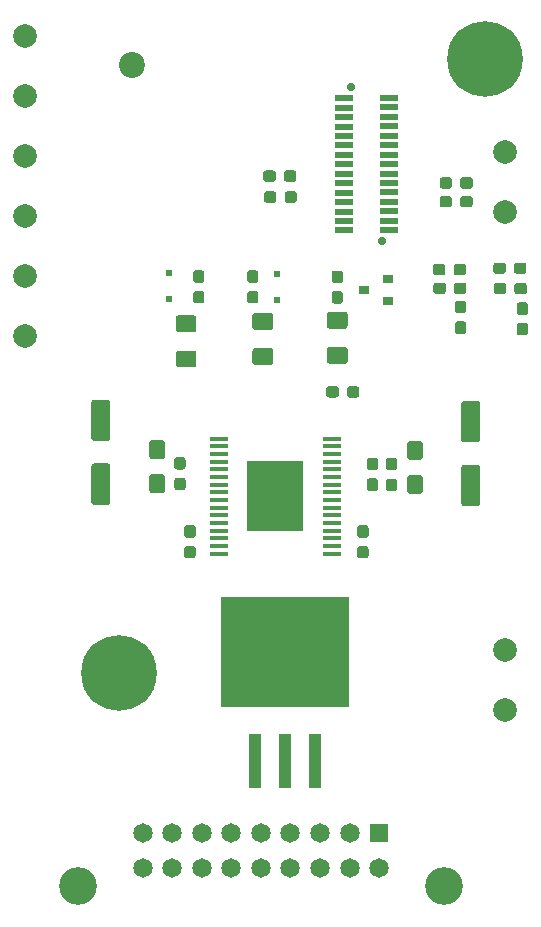
<source format=gbr>
G04 #@! TF.GenerationSoftware,KiCad,Pcbnew,(5.1.2)-2*
G04 #@! TF.CreationDate,2020-03-09T10:31:12+01:00*
G04 #@! TF.ProjectId,ETBC_2020,45544243-5f32-4303-9230-2e6b69636164,rev?*
G04 #@! TF.SameCoordinates,Original*
G04 #@! TF.FileFunction,Soldermask,Top*
G04 #@! TF.FilePolarity,Negative*
%FSLAX46Y46*%
G04 Gerber Fmt 4.6, Leading zero omitted, Abs format (unit mm)*
G04 Created by KiCad (PCBNEW (5.1.2)-2) date 2020-03-09 10:31:12*
%MOMM*%
%LPD*%
G04 APERTURE LIST*
%ADD10C,2.000000*%
%ADD11C,0.800000*%
%ADD12C,6.400000*%
%ADD13C,0.100000*%
%ADD14C,0.950000*%
%ADD15R,10.800000X9.400000*%
%ADD16R,1.100000X4.600000*%
%ADD17C,1.350000*%
%ADD18C,1.600000*%
%ADD19C,1.425000*%
%ADD20R,0.900000X0.800000*%
%ADD21R,0.500000X0.500000*%
%ADD22R,1.650000X0.450000*%
%ADD23R,4.800000X5.900000*%
%ADD24R,1.500000X0.550000*%
%ADD25C,0.700000*%
%ADD26C,2.200000*%
%ADD27R,1.650000X1.650000*%
%ADD28C,1.650000*%
%ADD29C,3.200000*%
G04 APERTURE END LIST*
D10*
X120700000Y-80000000D03*
X120700000Y-85080000D03*
X120624600Y-37820000D03*
X120700000Y-42900000D03*
X80000000Y-48320000D03*
X80000000Y-53400000D03*
X80000000Y-43240000D03*
X80000000Y-38160000D03*
X80000000Y-33080000D03*
X80000000Y-28000000D03*
D11*
X120697056Y-28302944D03*
X119000000Y-27600000D03*
X117302944Y-28302944D03*
X116600000Y-30000000D03*
X117302944Y-31697056D03*
X119000000Y-32400000D03*
X120697056Y-31697056D03*
X121400000Y-30000000D03*
D12*
X119000000Y-30000000D03*
D11*
X89697056Y-80302944D03*
X88000000Y-79600000D03*
X86302944Y-80302944D03*
X85600000Y-82000000D03*
X86302944Y-83697056D03*
X88000000Y-84400000D03*
X89697056Y-83697056D03*
X90400000Y-82000000D03*
D12*
X88000000Y-82000000D03*
D13*
G36*
X101035779Y-39416844D02*
G01*
X101058834Y-39420263D01*
X101081443Y-39425927D01*
X101103387Y-39433779D01*
X101124457Y-39443744D01*
X101144448Y-39455726D01*
X101163168Y-39469610D01*
X101180438Y-39485262D01*
X101196090Y-39502532D01*
X101209974Y-39521252D01*
X101221956Y-39541243D01*
X101231921Y-39562313D01*
X101239773Y-39584257D01*
X101245437Y-39606866D01*
X101248856Y-39629921D01*
X101250000Y-39653200D01*
X101250000Y-40128200D01*
X101248856Y-40151479D01*
X101245437Y-40174534D01*
X101239773Y-40197143D01*
X101231921Y-40219087D01*
X101221956Y-40240157D01*
X101209974Y-40260148D01*
X101196090Y-40278868D01*
X101180438Y-40296138D01*
X101163168Y-40311790D01*
X101144448Y-40325674D01*
X101124457Y-40337656D01*
X101103387Y-40347621D01*
X101081443Y-40355473D01*
X101058834Y-40361137D01*
X101035779Y-40364556D01*
X101012500Y-40365700D01*
X100437500Y-40365700D01*
X100414221Y-40364556D01*
X100391166Y-40361137D01*
X100368557Y-40355473D01*
X100346613Y-40347621D01*
X100325543Y-40337656D01*
X100305552Y-40325674D01*
X100286832Y-40311790D01*
X100269562Y-40296138D01*
X100253910Y-40278868D01*
X100240026Y-40260148D01*
X100228044Y-40240157D01*
X100218079Y-40219087D01*
X100210227Y-40197143D01*
X100204563Y-40174534D01*
X100201144Y-40151479D01*
X100200000Y-40128200D01*
X100200000Y-39653200D01*
X100201144Y-39629921D01*
X100204563Y-39606866D01*
X100210227Y-39584257D01*
X100218079Y-39562313D01*
X100228044Y-39541243D01*
X100240026Y-39521252D01*
X100253910Y-39502532D01*
X100269562Y-39485262D01*
X100286832Y-39469610D01*
X100305552Y-39455726D01*
X100325543Y-39443744D01*
X100346613Y-39433779D01*
X100368557Y-39425927D01*
X100391166Y-39420263D01*
X100414221Y-39416844D01*
X100437500Y-39415700D01*
X101012500Y-39415700D01*
X101035779Y-39416844D01*
X101035779Y-39416844D01*
G37*
D14*
X100725000Y-39890700D03*
D13*
G36*
X102785779Y-39416844D02*
G01*
X102808834Y-39420263D01*
X102831443Y-39425927D01*
X102853387Y-39433779D01*
X102874457Y-39443744D01*
X102894448Y-39455726D01*
X102913168Y-39469610D01*
X102930438Y-39485262D01*
X102946090Y-39502532D01*
X102959974Y-39521252D01*
X102971956Y-39541243D01*
X102981921Y-39562313D01*
X102989773Y-39584257D01*
X102995437Y-39606866D01*
X102998856Y-39629921D01*
X103000000Y-39653200D01*
X103000000Y-40128200D01*
X102998856Y-40151479D01*
X102995437Y-40174534D01*
X102989773Y-40197143D01*
X102981921Y-40219087D01*
X102971956Y-40240157D01*
X102959974Y-40260148D01*
X102946090Y-40278868D01*
X102930438Y-40296138D01*
X102913168Y-40311790D01*
X102894448Y-40325674D01*
X102874457Y-40337656D01*
X102853387Y-40347621D01*
X102831443Y-40355473D01*
X102808834Y-40361137D01*
X102785779Y-40364556D01*
X102762500Y-40365700D01*
X102187500Y-40365700D01*
X102164221Y-40364556D01*
X102141166Y-40361137D01*
X102118557Y-40355473D01*
X102096613Y-40347621D01*
X102075543Y-40337656D01*
X102055552Y-40325674D01*
X102036832Y-40311790D01*
X102019562Y-40296138D01*
X102003910Y-40278868D01*
X101990026Y-40260148D01*
X101978044Y-40240157D01*
X101968079Y-40219087D01*
X101960227Y-40197143D01*
X101954563Y-40174534D01*
X101951144Y-40151479D01*
X101950000Y-40128200D01*
X101950000Y-39653200D01*
X101951144Y-39629921D01*
X101954563Y-39606866D01*
X101960227Y-39584257D01*
X101968079Y-39562313D01*
X101978044Y-39541243D01*
X101990026Y-39521252D01*
X102003910Y-39502532D01*
X102019562Y-39485262D01*
X102036832Y-39469610D01*
X102055552Y-39455726D01*
X102075543Y-39443744D01*
X102096613Y-39433779D01*
X102118557Y-39425927D01*
X102141166Y-39420263D01*
X102164221Y-39416844D01*
X102187500Y-39415700D01*
X102762500Y-39415700D01*
X102785779Y-39416844D01*
X102785779Y-39416844D01*
G37*
D14*
X102475000Y-39890700D03*
D13*
G36*
X101086579Y-41194844D02*
G01*
X101109634Y-41198263D01*
X101132243Y-41203927D01*
X101154187Y-41211779D01*
X101175257Y-41221744D01*
X101195248Y-41233726D01*
X101213968Y-41247610D01*
X101231238Y-41263262D01*
X101246890Y-41280532D01*
X101260774Y-41299252D01*
X101272756Y-41319243D01*
X101282721Y-41340313D01*
X101290573Y-41362257D01*
X101296237Y-41384866D01*
X101299656Y-41407921D01*
X101300800Y-41431200D01*
X101300800Y-41906200D01*
X101299656Y-41929479D01*
X101296237Y-41952534D01*
X101290573Y-41975143D01*
X101282721Y-41997087D01*
X101272756Y-42018157D01*
X101260774Y-42038148D01*
X101246890Y-42056868D01*
X101231238Y-42074138D01*
X101213968Y-42089790D01*
X101195248Y-42103674D01*
X101175257Y-42115656D01*
X101154187Y-42125621D01*
X101132243Y-42133473D01*
X101109634Y-42139137D01*
X101086579Y-42142556D01*
X101063300Y-42143700D01*
X100488300Y-42143700D01*
X100465021Y-42142556D01*
X100441966Y-42139137D01*
X100419357Y-42133473D01*
X100397413Y-42125621D01*
X100376343Y-42115656D01*
X100356352Y-42103674D01*
X100337632Y-42089790D01*
X100320362Y-42074138D01*
X100304710Y-42056868D01*
X100290826Y-42038148D01*
X100278844Y-42018157D01*
X100268879Y-41997087D01*
X100261027Y-41975143D01*
X100255363Y-41952534D01*
X100251944Y-41929479D01*
X100250800Y-41906200D01*
X100250800Y-41431200D01*
X100251944Y-41407921D01*
X100255363Y-41384866D01*
X100261027Y-41362257D01*
X100268879Y-41340313D01*
X100278844Y-41319243D01*
X100290826Y-41299252D01*
X100304710Y-41280532D01*
X100320362Y-41263262D01*
X100337632Y-41247610D01*
X100356352Y-41233726D01*
X100376343Y-41221744D01*
X100397413Y-41211779D01*
X100419357Y-41203927D01*
X100441966Y-41198263D01*
X100465021Y-41194844D01*
X100488300Y-41193700D01*
X101063300Y-41193700D01*
X101086579Y-41194844D01*
X101086579Y-41194844D01*
G37*
D14*
X100775800Y-41668700D03*
D13*
G36*
X102836579Y-41194844D02*
G01*
X102859634Y-41198263D01*
X102882243Y-41203927D01*
X102904187Y-41211779D01*
X102925257Y-41221744D01*
X102945248Y-41233726D01*
X102963968Y-41247610D01*
X102981238Y-41263262D01*
X102996890Y-41280532D01*
X103010774Y-41299252D01*
X103022756Y-41319243D01*
X103032721Y-41340313D01*
X103040573Y-41362257D01*
X103046237Y-41384866D01*
X103049656Y-41407921D01*
X103050800Y-41431200D01*
X103050800Y-41906200D01*
X103049656Y-41929479D01*
X103046237Y-41952534D01*
X103040573Y-41975143D01*
X103032721Y-41997087D01*
X103022756Y-42018157D01*
X103010774Y-42038148D01*
X102996890Y-42056868D01*
X102981238Y-42074138D01*
X102963968Y-42089790D01*
X102945248Y-42103674D01*
X102925257Y-42115656D01*
X102904187Y-42125621D01*
X102882243Y-42133473D01*
X102859634Y-42139137D01*
X102836579Y-42142556D01*
X102813300Y-42143700D01*
X102238300Y-42143700D01*
X102215021Y-42142556D01*
X102191966Y-42139137D01*
X102169357Y-42133473D01*
X102147413Y-42125621D01*
X102126343Y-42115656D01*
X102106352Y-42103674D01*
X102087632Y-42089790D01*
X102070362Y-42074138D01*
X102054710Y-42056868D01*
X102040826Y-42038148D01*
X102028844Y-42018157D01*
X102018879Y-41997087D01*
X102011027Y-41975143D01*
X102005363Y-41952534D01*
X102001944Y-41929479D01*
X102000800Y-41906200D01*
X102000800Y-41431200D01*
X102001944Y-41407921D01*
X102005363Y-41384866D01*
X102011027Y-41362257D01*
X102018879Y-41340313D01*
X102028844Y-41319243D01*
X102040826Y-41299252D01*
X102054710Y-41280532D01*
X102070362Y-41263262D01*
X102087632Y-41247610D01*
X102106352Y-41233726D01*
X102126343Y-41221744D01*
X102147413Y-41211779D01*
X102169357Y-41203927D01*
X102191966Y-41198263D01*
X102215021Y-41194844D01*
X102238300Y-41193700D01*
X102813300Y-41193700D01*
X102836579Y-41194844D01*
X102836579Y-41194844D01*
G37*
D14*
X102525800Y-41668700D03*
D15*
X102038100Y-80226600D03*
D16*
X104578100Y-89376600D03*
X102038100Y-89376600D03*
X99498100Y-89376600D03*
D13*
G36*
X91660905Y-62264404D02*
G01*
X91685173Y-62268004D01*
X91708972Y-62273965D01*
X91732071Y-62282230D01*
X91754250Y-62292720D01*
X91775293Y-62305332D01*
X91794999Y-62319947D01*
X91813177Y-62336423D01*
X91829653Y-62354601D01*
X91844268Y-62374307D01*
X91856880Y-62395350D01*
X91867370Y-62417529D01*
X91875635Y-62440628D01*
X91881596Y-62464427D01*
X91885196Y-62488695D01*
X91886400Y-62513199D01*
X91886400Y-63588201D01*
X91885196Y-63612705D01*
X91881596Y-63636973D01*
X91875635Y-63660772D01*
X91867370Y-63683871D01*
X91856880Y-63706050D01*
X91844268Y-63727093D01*
X91829653Y-63746799D01*
X91813177Y-63764977D01*
X91794999Y-63781453D01*
X91775293Y-63796068D01*
X91754250Y-63808680D01*
X91732071Y-63819170D01*
X91708972Y-63827435D01*
X91685173Y-63833396D01*
X91660905Y-63836996D01*
X91636401Y-63838200D01*
X90786399Y-63838200D01*
X90761895Y-63836996D01*
X90737627Y-63833396D01*
X90713828Y-63827435D01*
X90690729Y-63819170D01*
X90668550Y-63808680D01*
X90647507Y-63796068D01*
X90627801Y-63781453D01*
X90609623Y-63764977D01*
X90593147Y-63746799D01*
X90578532Y-63727093D01*
X90565920Y-63706050D01*
X90555430Y-63683871D01*
X90547165Y-63660772D01*
X90541204Y-63636973D01*
X90537604Y-63612705D01*
X90536400Y-63588201D01*
X90536400Y-62513199D01*
X90537604Y-62488695D01*
X90541204Y-62464427D01*
X90547165Y-62440628D01*
X90555430Y-62417529D01*
X90565920Y-62395350D01*
X90578532Y-62374307D01*
X90593147Y-62354601D01*
X90609623Y-62336423D01*
X90627801Y-62319947D01*
X90647507Y-62305332D01*
X90668550Y-62292720D01*
X90690729Y-62282230D01*
X90713828Y-62273965D01*
X90737627Y-62268004D01*
X90761895Y-62264404D01*
X90786399Y-62263200D01*
X91636401Y-62263200D01*
X91660905Y-62264404D01*
X91660905Y-62264404D01*
G37*
D17*
X91211400Y-63050700D03*
D13*
G36*
X91660905Y-65139404D02*
G01*
X91685173Y-65143004D01*
X91708972Y-65148965D01*
X91732071Y-65157230D01*
X91754250Y-65167720D01*
X91775293Y-65180332D01*
X91794999Y-65194947D01*
X91813177Y-65211423D01*
X91829653Y-65229601D01*
X91844268Y-65249307D01*
X91856880Y-65270350D01*
X91867370Y-65292529D01*
X91875635Y-65315628D01*
X91881596Y-65339427D01*
X91885196Y-65363695D01*
X91886400Y-65388199D01*
X91886400Y-66463201D01*
X91885196Y-66487705D01*
X91881596Y-66511973D01*
X91875635Y-66535772D01*
X91867370Y-66558871D01*
X91856880Y-66581050D01*
X91844268Y-66602093D01*
X91829653Y-66621799D01*
X91813177Y-66639977D01*
X91794999Y-66656453D01*
X91775293Y-66671068D01*
X91754250Y-66683680D01*
X91732071Y-66694170D01*
X91708972Y-66702435D01*
X91685173Y-66708396D01*
X91660905Y-66711996D01*
X91636401Y-66713200D01*
X90786399Y-66713200D01*
X90761895Y-66711996D01*
X90737627Y-66708396D01*
X90713828Y-66702435D01*
X90690729Y-66694170D01*
X90668550Y-66683680D01*
X90647507Y-66671068D01*
X90627801Y-66656453D01*
X90609623Y-66639977D01*
X90593147Y-66621799D01*
X90578532Y-66602093D01*
X90565920Y-66581050D01*
X90555430Y-66558871D01*
X90547165Y-66535772D01*
X90541204Y-66511973D01*
X90537604Y-66487705D01*
X90536400Y-66463201D01*
X90536400Y-65388199D01*
X90537604Y-65363695D01*
X90541204Y-65339427D01*
X90547165Y-65315628D01*
X90555430Y-65292529D01*
X90565920Y-65270350D01*
X90578532Y-65249307D01*
X90593147Y-65229601D01*
X90609623Y-65211423D01*
X90627801Y-65194947D01*
X90647507Y-65180332D01*
X90668550Y-65167720D01*
X90690729Y-65157230D01*
X90713828Y-65148965D01*
X90737627Y-65143004D01*
X90761895Y-65139404D01*
X90786399Y-65138200D01*
X91636401Y-65138200D01*
X91660905Y-65139404D01*
X91660905Y-65139404D01*
G37*
D17*
X91211400Y-65925700D03*
D13*
G36*
X113492205Y-62340604D02*
G01*
X113516473Y-62344204D01*
X113540272Y-62350165D01*
X113563371Y-62358430D01*
X113585550Y-62368920D01*
X113606593Y-62381532D01*
X113626299Y-62396147D01*
X113644477Y-62412623D01*
X113660953Y-62430801D01*
X113675568Y-62450507D01*
X113688180Y-62471550D01*
X113698670Y-62493729D01*
X113706935Y-62516828D01*
X113712896Y-62540627D01*
X113716496Y-62564895D01*
X113717700Y-62589399D01*
X113717700Y-63664401D01*
X113716496Y-63688905D01*
X113712896Y-63713173D01*
X113706935Y-63736972D01*
X113698670Y-63760071D01*
X113688180Y-63782250D01*
X113675568Y-63803293D01*
X113660953Y-63822999D01*
X113644477Y-63841177D01*
X113626299Y-63857653D01*
X113606593Y-63872268D01*
X113585550Y-63884880D01*
X113563371Y-63895370D01*
X113540272Y-63903635D01*
X113516473Y-63909596D01*
X113492205Y-63913196D01*
X113467701Y-63914400D01*
X112617699Y-63914400D01*
X112593195Y-63913196D01*
X112568927Y-63909596D01*
X112545128Y-63903635D01*
X112522029Y-63895370D01*
X112499850Y-63884880D01*
X112478807Y-63872268D01*
X112459101Y-63857653D01*
X112440923Y-63841177D01*
X112424447Y-63822999D01*
X112409832Y-63803293D01*
X112397220Y-63782250D01*
X112386730Y-63760071D01*
X112378465Y-63736972D01*
X112372504Y-63713173D01*
X112368904Y-63688905D01*
X112367700Y-63664401D01*
X112367700Y-62589399D01*
X112368904Y-62564895D01*
X112372504Y-62540627D01*
X112378465Y-62516828D01*
X112386730Y-62493729D01*
X112397220Y-62471550D01*
X112409832Y-62450507D01*
X112424447Y-62430801D01*
X112440923Y-62412623D01*
X112459101Y-62396147D01*
X112478807Y-62381532D01*
X112499850Y-62368920D01*
X112522029Y-62358430D01*
X112545128Y-62350165D01*
X112568927Y-62344204D01*
X112593195Y-62340604D01*
X112617699Y-62339400D01*
X113467701Y-62339400D01*
X113492205Y-62340604D01*
X113492205Y-62340604D01*
G37*
D17*
X113042700Y-63126900D03*
D13*
G36*
X113492205Y-65215604D02*
G01*
X113516473Y-65219204D01*
X113540272Y-65225165D01*
X113563371Y-65233430D01*
X113585550Y-65243920D01*
X113606593Y-65256532D01*
X113626299Y-65271147D01*
X113644477Y-65287623D01*
X113660953Y-65305801D01*
X113675568Y-65325507D01*
X113688180Y-65346550D01*
X113698670Y-65368729D01*
X113706935Y-65391828D01*
X113712896Y-65415627D01*
X113716496Y-65439895D01*
X113717700Y-65464399D01*
X113717700Y-66539401D01*
X113716496Y-66563905D01*
X113712896Y-66588173D01*
X113706935Y-66611972D01*
X113698670Y-66635071D01*
X113688180Y-66657250D01*
X113675568Y-66678293D01*
X113660953Y-66697999D01*
X113644477Y-66716177D01*
X113626299Y-66732653D01*
X113606593Y-66747268D01*
X113585550Y-66759880D01*
X113563371Y-66770370D01*
X113540272Y-66778635D01*
X113516473Y-66784596D01*
X113492205Y-66788196D01*
X113467701Y-66789400D01*
X112617699Y-66789400D01*
X112593195Y-66788196D01*
X112568927Y-66784596D01*
X112545128Y-66778635D01*
X112522029Y-66770370D01*
X112499850Y-66759880D01*
X112478807Y-66747268D01*
X112459101Y-66732653D01*
X112440923Y-66716177D01*
X112424447Y-66697999D01*
X112409832Y-66678293D01*
X112397220Y-66657250D01*
X112386730Y-66635071D01*
X112378465Y-66611972D01*
X112372504Y-66588173D01*
X112368904Y-66563905D01*
X112367700Y-66539401D01*
X112367700Y-65464399D01*
X112368904Y-65439895D01*
X112372504Y-65415627D01*
X112378465Y-65391828D01*
X112386730Y-65368729D01*
X112397220Y-65346550D01*
X112409832Y-65325507D01*
X112424447Y-65305801D01*
X112440923Y-65287623D01*
X112459101Y-65271147D01*
X112478807Y-65256532D01*
X112499850Y-65243920D01*
X112522029Y-65233430D01*
X112545128Y-65225165D01*
X112568927Y-65219204D01*
X112593195Y-65215604D01*
X112617699Y-65214400D01*
X113467701Y-65214400D01*
X113492205Y-65215604D01*
X113492205Y-65215604D01*
G37*
D17*
X113042700Y-66001900D03*
D13*
G36*
X87023404Y-58815004D02*
G01*
X87047673Y-58818604D01*
X87071471Y-58824565D01*
X87094571Y-58832830D01*
X87116749Y-58843320D01*
X87137793Y-58855933D01*
X87157498Y-58870547D01*
X87175677Y-58887023D01*
X87192153Y-58905202D01*
X87206767Y-58924907D01*
X87219380Y-58945951D01*
X87229870Y-58968129D01*
X87238135Y-58991229D01*
X87244096Y-59015027D01*
X87247696Y-59039296D01*
X87248900Y-59063800D01*
X87248900Y-62063800D01*
X87247696Y-62088304D01*
X87244096Y-62112573D01*
X87238135Y-62136371D01*
X87229870Y-62159471D01*
X87219380Y-62181649D01*
X87206767Y-62202693D01*
X87192153Y-62222398D01*
X87175677Y-62240577D01*
X87157498Y-62257053D01*
X87137793Y-62271667D01*
X87116749Y-62284280D01*
X87094571Y-62294770D01*
X87071471Y-62303035D01*
X87047673Y-62308996D01*
X87023404Y-62312596D01*
X86998900Y-62313800D01*
X85898900Y-62313800D01*
X85874396Y-62312596D01*
X85850127Y-62308996D01*
X85826329Y-62303035D01*
X85803229Y-62294770D01*
X85781051Y-62284280D01*
X85760007Y-62271667D01*
X85740302Y-62257053D01*
X85722123Y-62240577D01*
X85705647Y-62222398D01*
X85691033Y-62202693D01*
X85678420Y-62181649D01*
X85667930Y-62159471D01*
X85659665Y-62136371D01*
X85653704Y-62112573D01*
X85650104Y-62088304D01*
X85648900Y-62063800D01*
X85648900Y-59063800D01*
X85650104Y-59039296D01*
X85653704Y-59015027D01*
X85659665Y-58991229D01*
X85667930Y-58968129D01*
X85678420Y-58945951D01*
X85691033Y-58924907D01*
X85705647Y-58905202D01*
X85722123Y-58887023D01*
X85740302Y-58870547D01*
X85760007Y-58855933D01*
X85781051Y-58843320D01*
X85803229Y-58832830D01*
X85826329Y-58824565D01*
X85850127Y-58818604D01*
X85874396Y-58815004D01*
X85898900Y-58813800D01*
X86998900Y-58813800D01*
X87023404Y-58815004D01*
X87023404Y-58815004D01*
G37*
D18*
X86448900Y-60563800D03*
D13*
G36*
X87023404Y-64215004D02*
G01*
X87047673Y-64218604D01*
X87071471Y-64224565D01*
X87094571Y-64232830D01*
X87116749Y-64243320D01*
X87137793Y-64255933D01*
X87157498Y-64270547D01*
X87175677Y-64287023D01*
X87192153Y-64305202D01*
X87206767Y-64324907D01*
X87219380Y-64345951D01*
X87229870Y-64368129D01*
X87238135Y-64391229D01*
X87244096Y-64415027D01*
X87247696Y-64439296D01*
X87248900Y-64463800D01*
X87248900Y-67463800D01*
X87247696Y-67488304D01*
X87244096Y-67512573D01*
X87238135Y-67536371D01*
X87229870Y-67559471D01*
X87219380Y-67581649D01*
X87206767Y-67602693D01*
X87192153Y-67622398D01*
X87175677Y-67640577D01*
X87157498Y-67657053D01*
X87137793Y-67671667D01*
X87116749Y-67684280D01*
X87094571Y-67694770D01*
X87071471Y-67703035D01*
X87047673Y-67708996D01*
X87023404Y-67712596D01*
X86998900Y-67713800D01*
X85898900Y-67713800D01*
X85874396Y-67712596D01*
X85850127Y-67708996D01*
X85826329Y-67703035D01*
X85803229Y-67694770D01*
X85781051Y-67684280D01*
X85760007Y-67671667D01*
X85740302Y-67657053D01*
X85722123Y-67640577D01*
X85705647Y-67622398D01*
X85691033Y-67602693D01*
X85678420Y-67581649D01*
X85667930Y-67559471D01*
X85659665Y-67536371D01*
X85653704Y-67512573D01*
X85650104Y-67488304D01*
X85648900Y-67463800D01*
X85648900Y-64463800D01*
X85650104Y-64439296D01*
X85653704Y-64415027D01*
X85659665Y-64391229D01*
X85667930Y-64368129D01*
X85678420Y-64345951D01*
X85691033Y-64324907D01*
X85705647Y-64305202D01*
X85722123Y-64287023D01*
X85740302Y-64270547D01*
X85760007Y-64255933D01*
X85781051Y-64243320D01*
X85803229Y-64232830D01*
X85826329Y-64224565D01*
X85850127Y-64218604D01*
X85874396Y-64215004D01*
X85898900Y-64213800D01*
X86998900Y-64213800D01*
X87023404Y-64215004D01*
X87023404Y-64215004D01*
G37*
D18*
X86448900Y-65963800D03*
D13*
G36*
X118341604Y-58936904D02*
G01*
X118365873Y-58940504D01*
X118389671Y-58946465D01*
X118412771Y-58954730D01*
X118434949Y-58965220D01*
X118455993Y-58977833D01*
X118475698Y-58992447D01*
X118493877Y-59008923D01*
X118510353Y-59027102D01*
X118524967Y-59046807D01*
X118537580Y-59067851D01*
X118548070Y-59090029D01*
X118556335Y-59113129D01*
X118562296Y-59136927D01*
X118565896Y-59161196D01*
X118567100Y-59185700D01*
X118567100Y-62185700D01*
X118565896Y-62210204D01*
X118562296Y-62234473D01*
X118556335Y-62258271D01*
X118548070Y-62281371D01*
X118537580Y-62303549D01*
X118524967Y-62324593D01*
X118510353Y-62344298D01*
X118493877Y-62362477D01*
X118475698Y-62378953D01*
X118455993Y-62393567D01*
X118434949Y-62406180D01*
X118412771Y-62416670D01*
X118389671Y-62424935D01*
X118365873Y-62430896D01*
X118341604Y-62434496D01*
X118317100Y-62435700D01*
X117217100Y-62435700D01*
X117192596Y-62434496D01*
X117168327Y-62430896D01*
X117144529Y-62424935D01*
X117121429Y-62416670D01*
X117099251Y-62406180D01*
X117078207Y-62393567D01*
X117058502Y-62378953D01*
X117040323Y-62362477D01*
X117023847Y-62344298D01*
X117009233Y-62324593D01*
X116996620Y-62303549D01*
X116986130Y-62281371D01*
X116977865Y-62258271D01*
X116971904Y-62234473D01*
X116968304Y-62210204D01*
X116967100Y-62185700D01*
X116967100Y-59185700D01*
X116968304Y-59161196D01*
X116971904Y-59136927D01*
X116977865Y-59113129D01*
X116986130Y-59090029D01*
X116996620Y-59067851D01*
X117009233Y-59046807D01*
X117023847Y-59027102D01*
X117040323Y-59008923D01*
X117058502Y-58992447D01*
X117078207Y-58977833D01*
X117099251Y-58965220D01*
X117121429Y-58954730D01*
X117144529Y-58946465D01*
X117168327Y-58940504D01*
X117192596Y-58936904D01*
X117217100Y-58935700D01*
X118317100Y-58935700D01*
X118341604Y-58936904D01*
X118341604Y-58936904D01*
G37*
D18*
X117767100Y-60685700D03*
D13*
G36*
X118341604Y-64336904D02*
G01*
X118365873Y-64340504D01*
X118389671Y-64346465D01*
X118412771Y-64354730D01*
X118434949Y-64365220D01*
X118455993Y-64377833D01*
X118475698Y-64392447D01*
X118493877Y-64408923D01*
X118510353Y-64427102D01*
X118524967Y-64446807D01*
X118537580Y-64467851D01*
X118548070Y-64490029D01*
X118556335Y-64513129D01*
X118562296Y-64536927D01*
X118565896Y-64561196D01*
X118567100Y-64585700D01*
X118567100Y-67585700D01*
X118565896Y-67610204D01*
X118562296Y-67634473D01*
X118556335Y-67658271D01*
X118548070Y-67681371D01*
X118537580Y-67703549D01*
X118524967Y-67724593D01*
X118510353Y-67744298D01*
X118493877Y-67762477D01*
X118475698Y-67778953D01*
X118455993Y-67793567D01*
X118434949Y-67806180D01*
X118412771Y-67816670D01*
X118389671Y-67824935D01*
X118365873Y-67830896D01*
X118341604Y-67834496D01*
X118317100Y-67835700D01*
X117217100Y-67835700D01*
X117192596Y-67834496D01*
X117168327Y-67830896D01*
X117144529Y-67824935D01*
X117121429Y-67816670D01*
X117099251Y-67806180D01*
X117078207Y-67793567D01*
X117058502Y-67778953D01*
X117040323Y-67762477D01*
X117023847Y-67744298D01*
X117009233Y-67724593D01*
X116996620Y-67703549D01*
X116986130Y-67681371D01*
X116977865Y-67658271D01*
X116971904Y-67634473D01*
X116968304Y-67610204D01*
X116967100Y-67585700D01*
X116967100Y-64585700D01*
X116968304Y-64561196D01*
X116971904Y-64536927D01*
X116977865Y-64513129D01*
X116986130Y-64490029D01*
X116996620Y-64467851D01*
X117009233Y-64446807D01*
X117023847Y-64427102D01*
X117040323Y-64408923D01*
X117058502Y-64392447D01*
X117078207Y-64377833D01*
X117099251Y-64365220D01*
X117121429Y-64354730D01*
X117144529Y-64346465D01*
X117168327Y-64340504D01*
X117192596Y-64336904D01*
X117217100Y-64335700D01*
X118317100Y-64335700D01*
X118341604Y-64336904D01*
X118341604Y-64336904D01*
G37*
D18*
X117767100Y-66085700D03*
D13*
G36*
X107113604Y-51380904D02*
G01*
X107137873Y-51384504D01*
X107161671Y-51390465D01*
X107184771Y-51398730D01*
X107206949Y-51409220D01*
X107227993Y-51421833D01*
X107247698Y-51436447D01*
X107265877Y-51452923D01*
X107282353Y-51471102D01*
X107296967Y-51490807D01*
X107309580Y-51511851D01*
X107320070Y-51534029D01*
X107328335Y-51557129D01*
X107334296Y-51580927D01*
X107337896Y-51605196D01*
X107339100Y-51629700D01*
X107339100Y-52554700D01*
X107337896Y-52579204D01*
X107334296Y-52603473D01*
X107328335Y-52627271D01*
X107320070Y-52650371D01*
X107309580Y-52672549D01*
X107296967Y-52693593D01*
X107282353Y-52713298D01*
X107265877Y-52731477D01*
X107247698Y-52747953D01*
X107227993Y-52762567D01*
X107206949Y-52775180D01*
X107184771Y-52785670D01*
X107161671Y-52793935D01*
X107137873Y-52799896D01*
X107113604Y-52803496D01*
X107089100Y-52804700D01*
X105839100Y-52804700D01*
X105814596Y-52803496D01*
X105790327Y-52799896D01*
X105766529Y-52793935D01*
X105743429Y-52785670D01*
X105721251Y-52775180D01*
X105700207Y-52762567D01*
X105680502Y-52747953D01*
X105662323Y-52731477D01*
X105645847Y-52713298D01*
X105631233Y-52693593D01*
X105618620Y-52672549D01*
X105608130Y-52650371D01*
X105599865Y-52627271D01*
X105593904Y-52603473D01*
X105590304Y-52579204D01*
X105589100Y-52554700D01*
X105589100Y-51629700D01*
X105590304Y-51605196D01*
X105593904Y-51580927D01*
X105599865Y-51557129D01*
X105608130Y-51534029D01*
X105618620Y-51511851D01*
X105631233Y-51490807D01*
X105645847Y-51471102D01*
X105662323Y-51452923D01*
X105680502Y-51436447D01*
X105700207Y-51421833D01*
X105721251Y-51409220D01*
X105743429Y-51398730D01*
X105766529Y-51390465D01*
X105790327Y-51384504D01*
X105814596Y-51380904D01*
X105839100Y-51379700D01*
X107089100Y-51379700D01*
X107113604Y-51380904D01*
X107113604Y-51380904D01*
G37*
D19*
X106464100Y-52092200D03*
D13*
G36*
X107113604Y-54355904D02*
G01*
X107137873Y-54359504D01*
X107161671Y-54365465D01*
X107184771Y-54373730D01*
X107206949Y-54384220D01*
X107227993Y-54396833D01*
X107247698Y-54411447D01*
X107265877Y-54427923D01*
X107282353Y-54446102D01*
X107296967Y-54465807D01*
X107309580Y-54486851D01*
X107320070Y-54509029D01*
X107328335Y-54532129D01*
X107334296Y-54555927D01*
X107337896Y-54580196D01*
X107339100Y-54604700D01*
X107339100Y-55529700D01*
X107337896Y-55554204D01*
X107334296Y-55578473D01*
X107328335Y-55602271D01*
X107320070Y-55625371D01*
X107309580Y-55647549D01*
X107296967Y-55668593D01*
X107282353Y-55688298D01*
X107265877Y-55706477D01*
X107247698Y-55722953D01*
X107227993Y-55737567D01*
X107206949Y-55750180D01*
X107184771Y-55760670D01*
X107161671Y-55768935D01*
X107137873Y-55774896D01*
X107113604Y-55778496D01*
X107089100Y-55779700D01*
X105839100Y-55779700D01*
X105814596Y-55778496D01*
X105790327Y-55774896D01*
X105766529Y-55768935D01*
X105743429Y-55760670D01*
X105721251Y-55750180D01*
X105700207Y-55737567D01*
X105680502Y-55722953D01*
X105662323Y-55706477D01*
X105645847Y-55688298D01*
X105631233Y-55668593D01*
X105618620Y-55647549D01*
X105608130Y-55625371D01*
X105599865Y-55602271D01*
X105593904Y-55578473D01*
X105590304Y-55554204D01*
X105589100Y-55529700D01*
X105589100Y-54604700D01*
X105590304Y-54580196D01*
X105593904Y-54555927D01*
X105599865Y-54532129D01*
X105608130Y-54509029D01*
X105618620Y-54486851D01*
X105631233Y-54465807D01*
X105645847Y-54446102D01*
X105662323Y-54427923D01*
X105680502Y-54411447D01*
X105700207Y-54396833D01*
X105721251Y-54384220D01*
X105743429Y-54373730D01*
X105766529Y-54365465D01*
X105790327Y-54359504D01*
X105814596Y-54355904D01*
X105839100Y-54354700D01*
X107089100Y-54354700D01*
X107113604Y-54355904D01*
X107113604Y-54355904D01*
G37*
D19*
X106464100Y-55067200D03*
D13*
G36*
X100801704Y-54460704D02*
G01*
X100825973Y-54464304D01*
X100849771Y-54470265D01*
X100872871Y-54478530D01*
X100895049Y-54489020D01*
X100916093Y-54501633D01*
X100935798Y-54516247D01*
X100953977Y-54532723D01*
X100970453Y-54550902D01*
X100985067Y-54570607D01*
X100997680Y-54591651D01*
X101008170Y-54613829D01*
X101016435Y-54636929D01*
X101022396Y-54660727D01*
X101025996Y-54684996D01*
X101027200Y-54709500D01*
X101027200Y-55634500D01*
X101025996Y-55659004D01*
X101022396Y-55683273D01*
X101016435Y-55707071D01*
X101008170Y-55730171D01*
X100997680Y-55752349D01*
X100985067Y-55773393D01*
X100970453Y-55793098D01*
X100953977Y-55811277D01*
X100935798Y-55827753D01*
X100916093Y-55842367D01*
X100895049Y-55854980D01*
X100872871Y-55865470D01*
X100849771Y-55873735D01*
X100825973Y-55879696D01*
X100801704Y-55883296D01*
X100777200Y-55884500D01*
X99527200Y-55884500D01*
X99502696Y-55883296D01*
X99478427Y-55879696D01*
X99454629Y-55873735D01*
X99431529Y-55865470D01*
X99409351Y-55854980D01*
X99388307Y-55842367D01*
X99368602Y-55827753D01*
X99350423Y-55811277D01*
X99333947Y-55793098D01*
X99319333Y-55773393D01*
X99306720Y-55752349D01*
X99296230Y-55730171D01*
X99287965Y-55707071D01*
X99282004Y-55683273D01*
X99278404Y-55659004D01*
X99277200Y-55634500D01*
X99277200Y-54709500D01*
X99278404Y-54684996D01*
X99282004Y-54660727D01*
X99287965Y-54636929D01*
X99296230Y-54613829D01*
X99306720Y-54591651D01*
X99319333Y-54570607D01*
X99333947Y-54550902D01*
X99350423Y-54532723D01*
X99368602Y-54516247D01*
X99388307Y-54501633D01*
X99409351Y-54489020D01*
X99431529Y-54478530D01*
X99454629Y-54470265D01*
X99478427Y-54464304D01*
X99502696Y-54460704D01*
X99527200Y-54459500D01*
X100777200Y-54459500D01*
X100801704Y-54460704D01*
X100801704Y-54460704D01*
G37*
D19*
X100152200Y-55172000D03*
D13*
G36*
X100801704Y-51485704D02*
G01*
X100825973Y-51489304D01*
X100849771Y-51495265D01*
X100872871Y-51503530D01*
X100895049Y-51514020D01*
X100916093Y-51526633D01*
X100935798Y-51541247D01*
X100953977Y-51557723D01*
X100970453Y-51575902D01*
X100985067Y-51595607D01*
X100997680Y-51616651D01*
X101008170Y-51638829D01*
X101016435Y-51661929D01*
X101022396Y-51685727D01*
X101025996Y-51709996D01*
X101027200Y-51734500D01*
X101027200Y-52659500D01*
X101025996Y-52684004D01*
X101022396Y-52708273D01*
X101016435Y-52732071D01*
X101008170Y-52755171D01*
X100997680Y-52777349D01*
X100985067Y-52798393D01*
X100970453Y-52818098D01*
X100953977Y-52836277D01*
X100935798Y-52852753D01*
X100916093Y-52867367D01*
X100895049Y-52879980D01*
X100872871Y-52890470D01*
X100849771Y-52898735D01*
X100825973Y-52904696D01*
X100801704Y-52908296D01*
X100777200Y-52909500D01*
X99527200Y-52909500D01*
X99502696Y-52908296D01*
X99478427Y-52904696D01*
X99454629Y-52898735D01*
X99431529Y-52890470D01*
X99409351Y-52879980D01*
X99388307Y-52867367D01*
X99368602Y-52852753D01*
X99350423Y-52836277D01*
X99333947Y-52818098D01*
X99319333Y-52798393D01*
X99306720Y-52777349D01*
X99296230Y-52755171D01*
X99287965Y-52732071D01*
X99282004Y-52708273D01*
X99278404Y-52684004D01*
X99277200Y-52659500D01*
X99277200Y-51734500D01*
X99278404Y-51709996D01*
X99282004Y-51685727D01*
X99287965Y-51661929D01*
X99296230Y-51638829D01*
X99306720Y-51616651D01*
X99319333Y-51595607D01*
X99333947Y-51575902D01*
X99350423Y-51557723D01*
X99368602Y-51541247D01*
X99388307Y-51526633D01*
X99409351Y-51514020D01*
X99431529Y-51503530D01*
X99454629Y-51495265D01*
X99478427Y-51489304D01*
X99502696Y-51485704D01*
X99527200Y-51484500D01*
X100777200Y-51484500D01*
X100801704Y-51485704D01*
X100801704Y-51485704D01*
G37*
D19*
X100152200Y-52197000D03*
D13*
G36*
X94312004Y-54663904D02*
G01*
X94336273Y-54667504D01*
X94360071Y-54673465D01*
X94383171Y-54681730D01*
X94405349Y-54692220D01*
X94426393Y-54704833D01*
X94446098Y-54719447D01*
X94464277Y-54735923D01*
X94480753Y-54754102D01*
X94495367Y-54773807D01*
X94507980Y-54794851D01*
X94518470Y-54817029D01*
X94526735Y-54840129D01*
X94532696Y-54863927D01*
X94536296Y-54888196D01*
X94537500Y-54912700D01*
X94537500Y-55837700D01*
X94536296Y-55862204D01*
X94532696Y-55886473D01*
X94526735Y-55910271D01*
X94518470Y-55933371D01*
X94507980Y-55955549D01*
X94495367Y-55976593D01*
X94480753Y-55996298D01*
X94464277Y-56014477D01*
X94446098Y-56030953D01*
X94426393Y-56045567D01*
X94405349Y-56058180D01*
X94383171Y-56068670D01*
X94360071Y-56076935D01*
X94336273Y-56082896D01*
X94312004Y-56086496D01*
X94287500Y-56087700D01*
X93037500Y-56087700D01*
X93012996Y-56086496D01*
X92988727Y-56082896D01*
X92964929Y-56076935D01*
X92941829Y-56068670D01*
X92919651Y-56058180D01*
X92898607Y-56045567D01*
X92878902Y-56030953D01*
X92860723Y-56014477D01*
X92844247Y-55996298D01*
X92829633Y-55976593D01*
X92817020Y-55955549D01*
X92806530Y-55933371D01*
X92798265Y-55910271D01*
X92792304Y-55886473D01*
X92788704Y-55862204D01*
X92787500Y-55837700D01*
X92787500Y-54912700D01*
X92788704Y-54888196D01*
X92792304Y-54863927D01*
X92798265Y-54840129D01*
X92806530Y-54817029D01*
X92817020Y-54794851D01*
X92829633Y-54773807D01*
X92844247Y-54754102D01*
X92860723Y-54735923D01*
X92878902Y-54719447D01*
X92898607Y-54704833D01*
X92919651Y-54692220D01*
X92941829Y-54681730D01*
X92964929Y-54673465D01*
X92988727Y-54667504D01*
X93012996Y-54663904D01*
X93037500Y-54662700D01*
X94287500Y-54662700D01*
X94312004Y-54663904D01*
X94312004Y-54663904D01*
G37*
D19*
X93662500Y-55375200D03*
D13*
G36*
X94312004Y-51688904D02*
G01*
X94336273Y-51692504D01*
X94360071Y-51698465D01*
X94383171Y-51706730D01*
X94405349Y-51717220D01*
X94426393Y-51729833D01*
X94446098Y-51744447D01*
X94464277Y-51760923D01*
X94480753Y-51779102D01*
X94495367Y-51798807D01*
X94507980Y-51819851D01*
X94518470Y-51842029D01*
X94526735Y-51865129D01*
X94532696Y-51888927D01*
X94536296Y-51913196D01*
X94537500Y-51937700D01*
X94537500Y-52862700D01*
X94536296Y-52887204D01*
X94532696Y-52911473D01*
X94526735Y-52935271D01*
X94518470Y-52958371D01*
X94507980Y-52980549D01*
X94495367Y-53001593D01*
X94480753Y-53021298D01*
X94464277Y-53039477D01*
X94446098Y-53055953D01*
X94426393Y-53070567D01*
X94405349Y-53083180D01*
X94383171Y-53093670D01*
X94360071Y-53101935D01*
X94336273Y-53107896D01*
X94312004Y-53111496D01*
X94287500Y-53112700D01*
X93037500Y-53112700D01*
X93012996Y-53111496D01*
X92988727Y-53107896D01*
X92964929Y-53101935D01*
X92941829Y-53093670D01*
X92919651Y-53083180D01*
X92898607Y-53070567D01*
X92878902Y-53055953D01*
X92860723Y-53039477D01*
X92844247Y-53021298D01*
X92829633Y-53001593D01*
X92817020Y-52980549D01*
X92806530Y-52958371D01*
X92798265Y-52935271D01*
X92792304Y-52911473D01*
X92788704Y-52887204D01*
X92787500Y-52862700D01*
X92787500Y-51937700D01*
X92788704Y-51913196D01*
X92792304Y-51888927D01*
X92798265Y-51865129D01*
X92806530Y-51842029D01*
X92817020Y-51819851D01*
X92829633Y-51798807D01*
X92844247Y-51779102D01*
X92860723Y-51760923D01*
X92878902Y-51744447D01*
X92898607Y-51729833D01*
X92919651Y-51717220D01*
X92941829Y-51706730D01*
X92964929Y-51698465D01*
X92988727Y-51692504D01*
X93012996Y-51688904D01*
X93037500Y-51687700D01*
X94287500Y-51687700D01*
X94312004Y-51688904D01*
X94312004Y-51688904D01*
G37*
D19*
X93662500Y-52400200D03*
D13*
G36*
X106724879Y-49641144D02*
G01*
X106747934Y-49644563D01*
X106770543Y-49650227D01*
X106792487Y-49658079D01*
X106813557Y-49668044D01*
X106833548Y-49680026D01*
X106852268Y-49693910D01*
X106869538Y-49709562D01*
X106885190Y-49726832D01*
X106899074Y-49745552D01*
X106911056Y-49765543D01*
X106921021Y-49786613D01*
X106928873Y-49808557D01*
X106934537Y-49831166D01*
X106937956Y-49854221D01*
X106939100Y-49877500D01*
X106939100Y-50452500D01*
X106937956Y-50475779D01*
X106934537Y-50498834D01*
X106928873Y-50521443D01*
X106921021Y-50543387D01*
X106911056Y-50564457D01*
X106899074Y-50584448D01*
X106885190Y-50603168D01*
X106869538Y-50620438D01*
X106852268Y-50636090D01*
X106833548Y-50649974D01*
X106813557Y-50661956D01*
X106792487Y-50671921D01*
X106770543Y-50679773D01*
X106747934Y-50685437D01*
X106724879Y-50688856D01*
X106701600Y-50690000D01*
X106226600Y-50690000D01*
X106203321Y-50688856D01*
X106180266Y-50685437D01*
X106157657Y-50679773D01*
X106135713Y-50671921D01*
X106114643Y-50661956D01*
X106094652Y-50649974D01*
X106075932Y-50636090D01*
X106058662Y-50620438D01*
X106043010Y-50603168D01*
X106029126Y-50584448D01*
X106017144Y-50564457D01*
X106007179Y-50543387D01*
X105999327Y-50521443D01*
X105993663Y-50498834D01*
X105990244Y-50475779D01*
X105989100Y-50452500D01*
X105989100Y-49877500D01*
X105990244Y-49854221D01*
X105993663Y-49831166D01*
X105999327Y-49808557D01*
X106007179Y-49786613D01*
X106017144Y-49765543D01*
X106029126Y-49745552D01*
X106043010Y-49726832D01*
X106058662Y-49709562D01*
X106075932Y-49693910D01*
X106094652Y-49680026D01*
X106114643Y-49668044D01*
X106135713Y-49658079D01*
X106157657Y-49650227D01*
X106180266Y-49644563D01*
X106203321Y-49641144D01*
X106226600Y-49640000D01*
X106701600Y-49640000D01*
X106724879Y-49641144D01*
X106724879Y-49641144D01*
G37*
D14*
X106464100Y-50165000D03*
D13*
G36*
X106724879Y-47891144D02*
G01*
X106747934Y-47894563D01*
X106770543Y-47900227D01*
X106792487Y-47908079D01*
X106813557Y-47918044D01*
X106833548Y-47930026D01*
X106852268Y-47943910D01*
X106869538Y-47959562D01*
X106885190Y-47976832D01*
X106899074Y-47995552D01*
X106911056Y-48015543D01*
X106921021Y-48036613D01*
X106928873Y-48058557D01*
X106934537Y-48081166D01*
X106937956Y-48104221D01*
X106939100Y-48127500D01*
X106939100Y-48702500D01*
X106937956Y-48725779D01*
X106934537Y-48748834D01*
X106928873Y-48771443D01*
X106921021Y-48793387D01*
X106911056Y-48814457D01*
X106899074Y-48834448D01*
X106885190Y-48853168D01*
X106869538Y-48870438D01*
X106852268Y-48886090D01*
X106833548Y-48899974D01*
X106813557Y-48911956D01*
X106792487Y-48921921D01*
X106770543Y-48929773D01*
X106747934Y-48935437D01*
X106724879Y-48938856D01*
X106701600Y-48940000D01*
X106226600Y-48940000D01*
X106203321Y-48938856D01*
X106180266Y-48935437D01*
X106157657Y-48929773D01*
X106135713Y-48921921D01*
X106114643Y-48911956D01*
X106094652Y-48899974D01*
X106075932Y-48886090D01*
X106058662Y-48870438D01*
X106043010Y-48853168D01*
X106029126Y-48834448D01*
X106017144Y-48814457D01*
X106007179Y-48793387D01*
X105999327Y-48771443D01*
X105993663Y-48748834D01*
X105990244Y-48725779D01*
X105989100Y-48702500D01*
X105989100Y-48127500D01*
X105990244Y-48104221D01*
X105993663Y-48081166D01*
X105999327Y-48058557D01*
X106007179Y-48036613D01*
X106017144Y-48015543D01*
X106029126Y-47995552D01*
X106043010Y-47976832D01*
X106058662Y-47959562D01*
X106075932Y-47943910D01*
X106094652Y-47930026D01*
X106114643Y-47918044D01*
X106135713Y-47908079D01*
X106157657Y-47900227D01*
X106180266Y-47894563D01*
X106203321Y-47891144D01*
X106226600Y-47890000D01*
X106701600Y-47890000D01*
X106724879Y-47891144D01*
X106724879Y-47891144D01*
G37*
D14*
X106464100Y-48415000D03*
D20*
X108728000Y-49555400D03*
X110728000Y-48605400D03*
X110728000Y-50505400D03*
D21*
X101346000Y-50376000D03*
X101346000Y-48176000D03*
X92202000Y-50325200D03*
X92202000Y-48125200D03*
D22*
X96456700Y-62117500D03*
X96456700Y-62767500D03*
X96456700Y-63417500D03*
X96456700Y-64067500D03*
X96456700Y-64717500D03*
X96456700Y-65367500D03*
X96456700Y-66017500D03*
X96456700Y-66667500D03*
X96456700Y-67317500D03*
X96456700Y-67967500D03*
X96456700Y-68617500D03*
X96456700Y-69267500D03*
X96456700Y-69917500D03*
X96456700Y-70567500D03*
X96456700Y-71217500D03*
X96456700Y-71867500D03*
X106006700Y-71867500D03*
X106006700Y-71217500D03*
X106006700Y-70567500D03*
X106006700Y-69917500D03*
X106006700Y-69267500D03*
X106006700Y-68617500D03*
X106006700Y-67967500D03*
X106006700Y-67317500D03*
X106006700Y-66667500D03*
X106006700Y-66017500D03*
X106006700Y-65367500D03*
X106006700Y-64717500D03*
X106006700Y-64067500D03*
X106006700Y-63417500D03*
X106006700Y-62767500D03*
X106006700Y-62117500D03*
D23*
X101231700Y-66992500D03*
D24*
X110866000Y-33274700D03*
X107066000Y-33300100D03*
X110866000Y-34074700D03*
X107066000Y-34100100D03*
X110866000Y-34874700D03*
X107066000Y-34900100D03*
X110866000Y-35674700D03*
X107066000Y-35700100D03*
X110866000Y-36474700D03*
X107066000Y-36500100D03*
X110866000Y-37274700D03*
X107066000Y-37300100D03*
X110866000Y-38074700D03*
X107066000Y-38100100D03*
X110866000Y-38874700D03*
X107066000Y-38900100D03*
X110866000Y-39674700D03*
X107066000Y-39700100D03*
X110866000Y-40474700D03*
X107066000Y-40500100D03*
X110866000Y-41274700D03*
X107066000Y-41300100D03*
X110866000Y-42074700D03*
X107066000Y-42100100D03*
X110866000Y-42874700D03*
X107066000Y-42900100D03*
X110866000Y-43674700D03*
X107066000Y-43700100D03*
X110866000Y-44474700D03*
X107066000Y-44500100D03*
D25*
X107666000Y-32374700D03*
X110266000Y-45374700D03*
D26*
X89054000Y-30452700D03*
D13*
G36*
X106369779Y-57692144D02*
G01*
X106392834Y-57695563D01*
X106415443Y-57701227D01*
X106437387Y-57709079D01*
X106458457Y-57719044D01*
X106478448Y-57731026D01*
X106497168Y-57744910D01*
X106514438Y-57760562D01*
X106530090Y-57777832D01*
X106543974Y-57796552D01*
X106555956Y-57816543D01*
X106565921Y-57837613D01*
X106573773Y-57859557D01*
X106579437Y-57882166D01*
X106582856Y-57905221D01*
X106584000Y-57928500D01*
X106584000Y-58403500D01*
X106582856Y-58426779D01*
X106579437Y-58449834D01*
X106573773Y-58472443D01*
X106565921Y-58494387D01*
X106555956Y-58515457D01*
X106543974Y-58535448D01*
X106530090Y-58554168D01*
X106514438Y-58571438D01*
X106497168Y-58587090D01*
X106478448Y-58600974D01*
X106458457Y-58612956D01*
X106437387Y-58622921D01*
X106415443Y-58630773D01*
X106392834Y-58636437D01*
X106369779Y-58639856D01*
X106346500Y-58641000D01*
X105771500Y-58641000D01*
X105748221Y-58639856D01*
X105725166Y-58636437D01*
X105702557Y-58630773D01*
X105680613Y-58622921D01*
X105659543Y-58612956D01*
X105639552Y-58600974D01*
X105620832Y-58587090D01*
X105603562Y-58571438D01*
X105587910Y-58554168D01*
X105574026Y-58535448D01*
X105562044Y-58515457D01*
X105552079Y-58494387D01*
X105544227Y-58472443D01*
X105538563Y-58449834D01*
X105535144Y-58426779D01*
X105534000Y-58403500D01*
X105534000Y-57928500D01*
X105535144Y-57905221D01*
X105538563Y-57882166D01*
X105544227Y-57859557D01*
X105552079Y-57837613D01*
X105562044Y-57816543D01*
X105574026Y-57796552D01*
X105587910Y-57777832D01*
X105603562Y-57760562D01*
X105620832Y-57744910D01*
X105639552Y-57731026D01*
X105659543Y-57719044D01*
X105680613Y-57709079D01*
X105702557Y-57701227D01*
X105725166Y-57695563D01*
X105748221Y-57692144D01*
X105771500Y-57691000D01*
X106346500Y-57691000D01*
X106369779Y-57692144D01*
X106369779Y-57692144D01*
G37*
D14*
X106059000Y-58166000D03*
D13*
G36*
X108119779Y-57692144D02*
G01*
X108142834Y-57695563D01*
X108165443Y-57701227D01*
X108187387Y-57709079D01*
X108208457Y-57719044D01*
X108228448Y-57731026D01*
X108247168Y-57744910D01*
X108264438Y-57760562D01*
X108280090Y-57777832D01*
X108293974Y-57796552D01*
X108305956Y-57816543D01*
X108315921Y-57837613D01*
X108323773Y-57859557D01*
X108329437Y-57882166D01*
X108332856Y-57905221D01*
X108334000Y-57928500D01*
X108334000Y-58403500D01*
X108332856Y-58426779D01*
X108329437Y-58449834D01*
X108323773Y-58472443D01*
X108315921Y-58494387D01*
X108305956Y-58515457D01*
X108293974Y-58535448D01*
X108280090Y-58554168D01*
X108264438Y-58571438D01*
X108247168Y-58587090D01*
X108228448Y-58600974D01*
X108208457Y-58612956D01*
X108187387Y-58622921D01*
X108165443Y-58630773D01*
X108142834Y-58636437D01*
X108119779Y-58639856D01*
X108096500Y-58641000D01*
X107521500Y-58641000D01*
X107498221Y-58639856D01*
X107475166Y-58636437D01*
X107452557Y-58630773D01*
X107430613Y-58622921D01*
X107409543Y-58612956D01*
X107389552Y-58600974D01*
X107370832Y-58587090D01*
X107353562Y-58571438D01*
X107337910Y-58554168D01*
X107324026Y-58535448D01*
X107312044Y-58515457D01*
X107302079Y-58494387D01*
X107294227Y-58472443D01*
X107288563Y-58449834D01*
X107285144Y-58426779D01*
X107284000Y-58403500D01*
X107284000Y-57928500D01*
X107285144Y-57905221D01*
X107288563Y-57882166D01*
X107294227Y-57859557D01*
X107302079Y-57837613D01*
X107312044Y-57816543D01*
X107324026Y-57796552D01*
X107337910Y-57777832D01*
X107353562Y-57760562D01*
X107370832Y-57744910D01*
X107389552Y-57731026D01*
X107409543Y-57719044D01*
X107430613Y-57709079D01*
X107452557Y-57701227D01*
X107475166Y-57695563D01*
X107498221Y-57692144D01*
X107521500Y-57691000D01*
X108096500Y-57691000D01*
X108119779Y-57692144D01*
X108119779Y-57692144D01*
G37*
D14*
X107809000Y-58166000D03*
D13*
G36*
X99574779Y-49627144D02*
G01*
X99597834Y-49630563D01*
X99620443Y-49636227D01*
X99642387Y-49644079D01*
X99663457Y-49654044D01*
X99683448Y-49666026D01*
X99702168Y-49679910D01*
X99719438Y-49695562D01*
X99735090Y-49712832D01*
X99748974Y-49731552D01*
X99760956Y-49751543D01*
X99770921Y-49772613D01*
X99778773Y-49794557D01*
X99784437Y-49817166D01*
X99787856Y-49840221D01*
X99789000Y-49863500D01*
X99789000Y-50438500D01*
X99787856Y-50461779D01*
X99784437Y-50484834D01*
X99778773Y-50507443D01*
X99770921Y-50529387D01*
X99760956Y-50550457D01*
X99748974Y-50570448D01*
X99735090Y-50589168D01*
X99719438Y-50606438D01*
X99702168Y-50622090D01*
X99683448Y-50635974D01*
X99663457Y-50647956D01*
X99642387Y-50657921D01*
X99620443Y-50665773D01*
X99597834Y-50671437D01*
X99574779Y-50674856D01*
X99551500Y-50676000D01*
X99076500Y-50676000D01*
X99053221Y-50674856D01*
X99030166Y-50671437D01*
X99007557Y-50665773D01*
X98985613Y-50657921D01*
X98964543Y-50647956D01*
X98944552Y-50635974D01*
X98925832Y-50622090D01*
X98908562Y-50606438D01*
X98892910Y-50589168D01*
X98879026Y-50570448D01*
X98867044Y-50550457D01*
X98857079Y-50529387D01*
X98849227Y-50507443D01*
X98843563Y-50484834D01*
X98840144Y-50461779D01*
X98839000Y-50438500D01*
X98839000Y-49863500D01*
X98840144Y-49840221D01*
X98843563Y-49817166D01*
X98849227Y-49794557D01*
X98857079Y-49772613D01*
X98867044Y-49751543D01*
X98879026Y-49731552D01*
X98892910Y-49712832D01*
X98908562Y-49695562D01*
X98925832Y-49679910D01*
X98944552Y-49666026D01*
X98964543Y-49654044D01*
X98985613Y-49644079D01*
X99007557Y-49636227D01*
X99030166Y-49630563D01*
X99053221Y-49627144D01*
X99076500Y-49626000D01*
X99551500Y-49626000D01*
X99574779Y-49627144D01*
X99574779Y-49627144D01*
G37*
D14*
X99314000Y-50151000D03*
D13*
G36*
X99574779Y-47877144D02*
G01*
X99597834Y-47880563D01*
X99620443Y-47886227D01*
X99642387Y-47894079D01*
X99663457Y-47904044D01*
X99683448Y-47916026D01*
X99702168Y-47929910D01*
X99719438Y-47945562D01*
X99735090Y-47962832D01*
X99748974Y-47981552D01*
X99760956Y-48001543D01*
X99770921Y-48022613D01*
X99778773Y-48044557D01*
X99784437Y-48067166D01*
X99787856Y-48090221D01*
X99789000Y-48113500D01*
X99789000Y-48688500D01*
X99787856Y-48711779D01*
X99784437Y-48734834D01*
X99778773Y-48757443D01*
X99770921Y-48779387D01*
X99760956Y-48800457D01*
X99748974Y-48820448D01*
X99735090Y-48839168D01*
X99719438Y-48856438D01*
X99702168Y-48872090D01*
X99683448Y-48885974D01*
X99663457Y-48897956D01*
X99642387Y-48907921D01*
X99620443Y-48915773D01*
X99597834Y-48921437D01*
X99574779Y-48924856D01*
X99551500Y-48926000D01*
X99076500Y-48926000D01*
X99053221Y-48924856D01*
X99030166Y-48921437D01*
X99007557Y-48915773D01*
X98985613Y-48907921D01*
X98964543Y-48897956D01*
X98944552Y-48885974D01*
X98925832Y-48872090D01*
X98908562Y-48856438D01*
X98892910Y-48839168D01*
X98879026Y-48820448D01*
X98867044Y-48800457D01*
X98857079Y-48779387D01*
X98849227Y-48757443D01*
X98843563Y-48734834D01*
X98840144Y-48711779D01*
X98839000Y-48688500D01*
X98839000Y-48113500D01*
X98840144Y-48090221D01*
X98843563Y-48067166D01*
X98849227Y-48044557D01*
X98857079Y-48022613D01*
X98867044Y-48001543D01*
X98879026Y-47981552D01*
X98892910Y-47962832D01*
X98908562Y-47945562D01*
X98925832Y-47929910D01*
X98944552Y-47916026D01*
X98964543Y-47904044D01*
X98985613Y-47894079D01*
X99007557Y-47886227D01*
X99030166Y-47880563D01*
X99053221Y-47877144D01*
X99076500Y-47876000D01*
X99551500Y-47876000D01*
X99574779Y-47877144D01*
X99574779Y-47877144D01*
G37*
D14*
X99314000Y-48401000D03*
D13*
G36*
X95002779Y-49627144D02*
G01*
X95025834Y-49630563D01*
X95048443Y-49636227D01*
X95070387Y-49644079D01*
X95091457Y-49654044D01*
X95111448Y-49666026D01*
X95130168Y-49679910D01*
X95147438Y-49695562D01*
X95163090Y-49712832D01*
X95176974Y-49731552D01*
X95188956Y-49751543D01*
X95198921Y-49772613D01*
X95206773Y-49794557D01*
X95212437Y-49817166D01*
X95215856Y-49840221D01*
X95217000Y-49863500D01*
X95217000Y-50438500D01*
X95215856Y-50461779D01*
X95212437Y-50484834D01*
X95206773Y-50507443D01*
X95198921Y-50529387D01*
X95188956Y-50550457D01*
X95176974Y-50570448D01*
X95163090Y-50589168D01*
X95147438Y-50606438D01*
X95130168Y-50622090D01*
X95111448Y-50635974D01*
X95091457Y-50647956D01*
X95070387Y-50657921D01*
X95048443Y-50665773D01*
X95025834Y-50671437D01*
X95002779Y-50674856D01*
X94979500Y-50676000D01*
X94504500Y-50676000D01*
X94481221Y-50674856D01*
X94458166Y-50671437D01*
X94435557Y-50665773D01*
X94413613Y-50657921D01*
X94392543Y-50647956D01*
X94372552Y-50635974D01*
X94353832Y-50622090D01*
X94336562Y-50606438D01*
X94320910Y-50589168D01*
X94307026Y-50570448D01*
X94295044Y-50550457D01*
X94285079Y-50529387D01*
X94277227Y-50507443D01*
X94271563Y-50484834D01*
X94268144Y-50461779D01*
X94267000Y-50438500D01*
X94267000Y-49863500D01*
X94268144Y-49840221D01*
X94271563Y-49817166D01*
X94277227Y-49794557D01*
X94285079Y-49772613D01*
X94295044Y-49751543D01*
X94307026Y-49731552D01*
X94320910Y-49712832D01*
X94336562Y-49695562D01*
X94353832Y-49679910D01*
X94372552Y-49666026D01*
X94392543Y-49654044D01*
X94413613Y-49644079D01*
X94435557Y-49636227D01*
X94458166Y-49630563D01*
X94481221Y-49627144D01*
X94504500Y-49626000D01*
X94979500Y-49626000D01*
X95002779Y-49627144D01*
X95002779Y-49627144D01*
G37*
D14*
X94742000Y-50151000D03*
D13*
G36*
X95002779Y-47877144D02*
G01*
X95025834Y-47880563D01*
X95048443Y-47886227D01*
X95070387Y-47894079D01*
X95091457Y-47904044D01*
X95111448Y-47916026D01*
X95130168Y-47929910D01*
X95147438Y-47945562D01*
X95163090Y-47962832D01*
X95176974Y-47981552D01*
X95188956Y-48001543D01*
X95198921Y-48022613D01*
X95206773Y-48044557D01*
X95212437Y-48067166D01*
X95215856Y-48090221D01*
X95217000Y-48113500D01*
X95217000Y-48688500D01*
X95215856Y-48711779D01*
X95212437Y-48734834D01*
X95206773Y-48757443D01*
X95198921Y-48779387D01*
X95188956Y-48800457D01*
X95176974Y-48820448D01*
X95163090Y-48839168D01*
X95147438Y-48856438D01*
X95130168Y-48872090D01*
X95111448Y-48885974D01*
X95091457Y-48897956D01*
X95070387Y-48907921D01*
X95048443Y-48915773D01*
X95025834Y-48921437D01*
X95002779Y-48924856D01*
X94979500Y-48926000D01*
X94504500Y-48926000D01*
X94481221Y-48924856D01*
X94458166Y-48921437D01*
X94435557Y-48915773D01*
X94413613Y-48907921D01*
X94392543Y-48897956D01*
X94372552Y-48885974D01*
X94353832Y-48872090D01*
X94336562Y-48856438D01*
X94320910Y-48839168D01*
X94307026Y-48820448D01*
X94295044Y-48800457D01*
X94285079Y-48779387D01*
X94277227Y-48757443D01*
X94271563Y-48734834D01*
X94268144Y-48711779D01*
X94267000Y-48688500D01*
X94267000Y-48113500D01*
X94268144Y-48090221D01*
X94271563Y-48067166D01*
X94277227Y-48044557D01*
X94285079Y-48022613D01*
X94295044Y-48001543D01*
X94307026Y-47981552D01*
X94320910Y-47962832D01*
X94336562Y-47945562D01*
X94353832Y-47929910D01*
X94372552Y-47916026D01*
X94392543Y-47904044D01*
X94413613Y-47894079D01*
X94435557Y-47886227D01*
X94458166Y-47880563D01*
X94481221Y-47877144D01*
X94504500Y-47876000D01*
X94979500Y-47876000D01*
X95002779Y-47877144D01*
X95002779Y-47877144D01*
G37*
D14*
X94742000Y-48401000D03*
D13*
G36*
X117708279Y-41588544D02*
G01*
X117731334Y-41591963D01*
X117753943Y-41597627D01*
X117775887Y-41605479D01*
X117796957Y-41615444D01*
X117816948Y-41627426D01*
X117835668Y-41641310D01*
X117852938Y-41656962D01*
X117868590Y-41674232D01*
X117882474Y-41692952D01*
X117894456Y-41712943D01*
X117904421Y-41734013D01*
X117912273Y-41755957D01*
X117917937Y-41778566D01*
X117921356Y-41801621D01*
X117922500Y-41824900D01*
X117922500Y-42299900D01*
X117921356Y-42323179D01*
X117917937Y-42346234D01*
X117912273Y-42368843D01*
X117904421Y-42390787D01*
X117894456Y-42411857D01*
X117882474Y-42431848D01*
X117868590Y-42450568D01*
X117852938Y-42467838D01*
X117835668Y-42483490D01*
X117816948Y-42497374D01*
X117796957Y-42509356D01*
X117775887Y-42519321D01*
X117753943Y-42527173D01*
X117731334Y-42532837D01*
X117708279Y-42536256D01*
X117685000Y-42537400D01*
X117110000Y-42537400D01*
X117086721Y-42536256D01*
X117063666Y-42532837D01*
X117041057Y-42527173D01*
X117019113Y-42519321D01*
X116998043Y-42509356D01*
X116978052Y-42497374D01*
X116959332Y-42483490D01*
X116942062Y-42467838D01*
X116926410Y-42450568D01*
X116912526Y-42431848D01*
X116900544Y-42411857D01*
X116890579Y-42390787D01*
X116882727Y-42368843D01*
X116877063Y-42346234D01*
X116873644Y-42323179D01*
X116872500Y-42299900D01*
X116872500Y-41824900D01*
X116873644Y-41801621D01*
X116877063Y-41778566D01*
X116882727Y-41755957D01*
X116890579Y-41734013D01*
X116900544Y-41712943D01*
X116912526Y-41692952D01*
X116926410Y-41674232D01*
X116942062Y-41656962D01*
X116959332Y-41641310D01*
X116978052Y-41627426D01*
X116998043Y-41615444D01*
X117019113Y-41605479D01*
X117041057Y-41597627D01*
X117063666Y-41591963D01*
X117086721Y-41588544D01*
X117110000Y-41587400D01*
X117685000Y-41587400D01*
X117708279Y-41588544D01*
X117708279Y-41588544D01*
G37*
D14*
X117397500Y-42062400D03*
D13*
G36*
X115958279Y-41588544D02*
G01*
X115981334Y-41591963D01*
X116003943Y-41597627D01*
X116025887Y-41605479D01*
X116046957Y-41615444D01*
X116066948Y-41627426D01*
X116085668Y-41641310D01*
X116102938Y-41656962D01*
X116118590Y-41674232D01*
X116132474Y-41692952D01*
X116144456Y-41712943D01*
X116154421Y-41734013D01*
X116162273Y-41755957D01*
X116167937Y-41778566D01*
X116171356Y-41801621D01*
X116172500Y-41824900D01*
X116172500Y-42299900D01*
X116171356Y-42323179D01*
X116167937Y-42346234D01*
X116162273Y-42368843D01*
X116154421Y-42390787D01*
X116144456Y-42411857D01*
X116132474Y-42431848D01*
X116118590Y-42450568D01*
X116102938Y-42467838D01*
X116085668Y-42483490D01*
X116066948Y-42497374D01*
X116046957Y-42509356D01*
X116025887Y-42519321D01*
X116003943Y-42527173D01*
X115981334Y-42532837D01*
X115958279Y-42536256D01*
X115935000Y-42537400D01*
X115360000Y-42537400D01*
X115336721Y-42536256D01*
X115313666Y-42532837D01*
X115291057Y-42527173D01*
X115269113Y-42519321D01*
X115248043Y-42509356D01*
X115228052Y-42497374D01*
X115209332Y-42483490D01*
X115192062Y-42467838D01*
X115176410Y-42450568D01*
X115162526Y-42431848D01*
X115150544Y-42411857D01*
X115140579Y-42390787D01*
X115132727Y-42368843D01*
X115127063Y-42346234D01*
X115123644Y-42323179D01*
X115122500Y-42299900D01*
X115122500Y-41824900D01*
X115123644Y-41801621D01*
X115127063Y-41778566D01*
X115132727Y-41755957D01*
X115140579Y-41734013D01*
X115150544Y-41712943D01*
X115162526Y-41692952D01*
X115176410Y-41674232D01*
X115192062Y-41656962D01*
X115209332Y-41641310D01*
X115228052Y-41627426D01*
X115248043Y-41615444D01*
X115269113Y-41605479D01*
X115291057Y-41597627D01*
X115313666Y-41591963D01*
X115336721Y-41588544D01*
X115360000Y-41587400D01*
X115935000Y-41587400D01*
X115958279Y-41588544D01*
X115958279Y-41588544D01*
G37*
D14*
X115647500Y-42062400D03*
D13*
G36*
X115398179Y-47341644D02*
G01*
X115421234Y-47345063D01*
X115443843Y-47350727D01*
X115465787Y-47358579D01*
X115486857Y-47368544D01*
X115506848Y-47380526D01*
X115525568Y-47394410D01*
X115542838Y-47410062D01*
X115558490Y-47427332D01*
X115572374Y-47446052D01*
X115584356Y-47466043D01*
X115594321Y-47487113D01*
X115602173Y-47509057D01*
X115607837Y-47531666D01*
X115611256Y-47554721D01*
X115612400Y-47578000D01*
X115612400Y-48053000D01*
X115611256Y-48076279D01*
X115607837Y-48099334D01*
X115602173Y-48121943D01*
X115594321Y-48143887D01*
X115584356Y-48164957D01*
X115572374Y-48184948D01*
X115558490Y-48203668D01*
X115542838Y-48220938D01*
X115525568Y-48236590D01*
X115506848Y-48250474D01*
X115486857Y-48262456D01*
X115465787Y-48272421D01*
X115443843Y-48280273D01*
X115421234Y-48285937D01*
X115398179Y-48289356D01*
X115374900Y-48290500D01*
X114799900Y-48290500D01*
X114776621Y-48289356D01*
X114753566Y-48285937D01*
X114730957Y-48280273D01*
X114709013Y-48272421D01*
X114687943Y-48262456D01*
X114667952Y-48250474D01*
X114649232Y-48236590D01*
X114631962Y-48220938D01*
X114616310Y-48203668D01*
X114602426Y-48184948D01*
X114590444Y-48164957D01*
X114580479Y-48143887D01*
X114572627Y-48121943D01*
X114566963Y-48099334D01*
X114563544Y-48076279D01*
X114562400Y-48053000D01*
X114562400Y-47578000D01*
X114563544Y-47554721D01*
X114566963Y-47531666D01*
X114572627Y-47509057D01*
X114580479Y-47487113D01*
X114590444Y-47466043D01*
X114602426Y-47446052D01*
X114616310Y-47427332D01*
X114631962Y-47410062D01*
X114649232Y-47394410D01*
X114667952Y-47380526D01*
X114687943Y-47368544D01*
X114709013Y-47358579D01*
X114730957Y-47350727D01*
X114753566Y-47345063D01*
X114776621Y-47341644D01*
X114799900Y-47340500D01*
X115374900Y-47340500D01*
X115398179Y-47341644D01*
X115398179Y-47341644D01*
G37*
D14*
X115087400Y-47815500D03*
D13*
G36*
X117148179Y-47341644D02*
G01*
X117171234Y-47345063D01*
X117193843Y-47350727D01*
X117215787Y-47358579D01*
X117236857Y-47368544D01*
X117256848Y-47380526D01*
X117275568Y-47394410D01*
X117292838Y-47410062D01*
X117308490Y-47427332D01*
X117322374Y-47446052D01*
X117334356Y-47466043D01*
X117344321Y-47487113D01*
X117352173Y-47509057D01*
X117357837Y-47531666D01*
X117361256Y-47554721D01*
X117362400Y-47578000D01*
X117362400Y-48053000D01*
X117361256Y-48076279D01*
X117357837Y-48099334D01*
X117352173Y-48121943D01*
X117344321Y-48143887D01*
X117334356Y-48164957D01*
X117322374Y-48184948D01*
X117308490Y-48203668D01*
X117292838Y-48220938D01*
X117275568Y-48236590D01*
X117256848Y-48250474D01*
X117236857Y-48262456D01*
X117215787Y-48272421D01*
X117193843Y-48280273D01*
X117171234Y-48285937D01*
X117148179Y-48289356D01*
X117124900Y-48290500D01*
X116549900Y-48290500D01*
X116526621Y-48289356D01*
X116503566Y-48285937D01*
X116480957Y-48280273D01*
X116459013Y-48272421D01*
X116437943Y-48262456D01*
X116417952Y-48250474D01*
X116399232Y-48236590D01*
X116381962Y-48220938D01*
X116366310Y-48203668D01*
X116352426Y-48184948D01*
X116340444Y-48164957D01*
X116330479Y-48143887D01*
X116322627Y-48121943D01*
X116316963Y-48099334D01*
X116313544Y-48076279D01*
X116312400Y-48053000D01*
X116312400Y-47578000D01*
X116313544Y-47554721D01*
X116316963Y-47531666D01*
X116322627Y-47509057D01*
X116330479Y-47487113D01*
X116340444Y-47466043D01*
X116352426Y-47446052D01*
X116366310Y-47427332D01*
X116381962Y-47410062D01*
X116399232Y-47394410D01*
X116417952Y-47380526D01*
X116437943Y-47368544D01*
X116459013Y-47358579D01*
X116480957Y-47350727D01*
X116503566Y-47345063D01*
X116526621Y-47341644D01*
X116549900Y-47340500D01*
X117124900Y-47340500D01*
X117148179Y-47341644D01*
X117148179Y-47341644D01*
G37*
D14*
X116837400Y-47815500D03*
D13*
G36*
X120516279Y-47214644D02*
G01*
X120539334Y-47218063D01*
X120561943Y-47223727D01*
X120583887Y-47231579D01*
X120604957Y-47241544D01*
X120624948Y-47253526D01*
X120643668Y-47267410D01*
X120660938Y-47283062D01*
X120676590Y-47300332D01*
X120690474Y-47319052D01*
X120702456Y-47339043D01*
X120712421Y-47360113D01*
X120720273Y-47382057D01*
X120725937Y-47404666D01*
X120729356Y-47427721D01*
X120730500Y-47451000D01*
X120730500Y-47926000D01*
X120729356Y-47949279D01*
X120725937Y-47972334D01*
X120720273Y-47994943D01*
X120712421Y-48016887D01*
X120702456Y-48037957D01*
X120690474Y-48057948D01*
X120676590Y-48076668D01*
X120660938Y-48093938D01*
X120643668Y-48109590D01*
X120624948Y-48123474D01*
X120604957Y-48135456D01*
X120583887Y-48145421D01*
X120561943Y-48153273D01*
X120539334Y-48158937D01*
X120516279Y-48162356D01*
X120493000Y-48163500D01*
X119918000Y-48163500D01*
X119894721Y-48162356D01*
X119871666Y-48158937D01*
X119849057Y-48153273D01*
X119827113Y-48145421D01*
X119806043Y-48135456D01*
X119786052Y-48123474D01*
X119767332Y-48109590D01*
X119750062Y-48093938D01*
X119734410Y-48076668D01*
X119720526Y-48057948D01*
X119708544Y-48037957D01*
X119698579Y-48016887D01*
X119690727Y-47994943D01*
X119685063Y-47972334D01*
X119681644Y-47949279D01*
X119680500Y-47926000D01*
X119680500Y-47451000D01*
X119681644Y-47427721D01*
X119685063Y-47404666D01*
X119690727Y-47382057D01*
X119698579Y-47360113D01*
X119708544Y-47339043D01*
X119720526Y-47319052D01*
X119734410Y-47300332D01*
X119750062Y-47283062D01*
X119767332Y-47267410D01*
X119786052Y-47253526D01*
X119806043Y-47241544D01*
X119827113Y-47231579D01*
X119849057Y-47223727D01*
X119871666Y-47218063D01*
X119894721Y-47214644D01*
X119918000Y-47213500D01*
X120493000Y-47213500D01*
X120516279Y-47214644D01*
X120516279Y-47214644D01*
G37*
D14*
X120205500Y-47688500D03*
D13*
G36*
X122266279Y-47214644D02*
G01*
X122289334Y-47218063D01*
X122311943Y-47223727D01*
X122333887Y-47231579D01*
X122354957Y-47241544D01*
X122374948Y-47253526D01*
X122393668Y-47267410D01*
X122410938Y-47283062D01*
X122426590Y-47300332D01*
X122440474Y-47319052D01*
X122452456Y-47339043D01*
X122462421Y-47360113D01*
X122470273Y-47382057D01*
X122475937Y-47404666D01*
X122479356Y-47427721D01*
X122480500Y-47451000D01*
X122480500Y-47926000D01*
X122479356Y-47949279D01*
X122475937Y-47972334D01*
X122470273Y-47994943D01*
X122462421Y-48016887D01*
X122452456Y-48037957D01*
X122440474Y-48057948D01*
X122426590Y-48076668D01*
X122410938Y-48093938D01*
X122393668Y-48109590D01*
X122374948Y-48123474D01*
X122354957Y-48135456D01*
X122333887Y-48145421D01*
X122311943Y-48153273D01*
X122289334Y-48158937D01*
X122266279Y-48162356D01*
X122243000Y-48163500D01*
X121668000Y-48163500D01*
X121644721Y-48162356D01*
X121621666Y-48158937D01*
X121599057Y-48153273D01*
X121577113Y-48145421D01*
X121556043Y-48135456D01*
X121536052Y-48123474D01*
X121517332Y-48109590D01*
X121500062Y-48093938D01*
X121484410Y-48076668D01*
X121470526Y-48057948D01*
X121458544Y-48037957D01*
X121448579Y-48016887D01*
X121440727Y-47994943D01*
X121435063Y-47972334D01*
X121431644Y-47949279D01*
X121430500Y-47926000D01*
X121430500Y-47451000D01*
X121431644Y-47427721D01*
X121435063Y-47404666D01*
X121440727Y-47382057D01*
X121448579Y-47360113D01*
X121458544Y-47339043D01*
X121470526Y-47319052D01*
X121484410Y-47300332D01*
X121500062Y-47283062D01*
X121517332Y-47267410D01*
X121536052Y-47253526D01*
X121556043Y-47241544D01*
X121577113Y-47231579D01*
X121599057Y-47223727D01*
X121621666Y-47218063D01*
X121644721Y-47214644D01*
X121668000Y-47213500D01*
X122243000Y-47213500D01*
X122266279Y-47214644D01*
X122266279Y-47214644D01*
G37*
D14*
X121955500Y-47688500D03*
D13*
G36*
X117164279Y-52192544D02*
G01*
X117187334Y-52195963D01*
X117209943Y-52201627D01*
X117231887Y-52209479D01*
X117252957Y-52219444D01*
X117272948Y-52231426D01*
X117291668Y-52245310D01*
X117308938Y-52260962D01*
X117324590Y-52278232D01*
X117338474Y-52296952D01*
X117350456Y-52316943D01*
X117360421Y-52338013D01*
X117368273Y-52359957D01*
X117373937Y-52382566D01*
X117377356Y-52405621D01*
X117378500Y-52428900D01*
X117378500Y-53003900D01*
X117377356Y-53027179D01*
X117373937Y-53050234D01*
X117368273Y-53072843D01*
X117360421Y-53094787D01*
X117350456Y-53115857D01*
X117338474Y-53135848D01*
X117324590Y-53154568D01*
X117308938Y-53171838D01*
X117291668Y-53187490D01*
X117272948Y-53201374D01*
X117252957Y-53213356D01*
X117231887Y-53223321D01*
X117209943Y-53231173D01*
X117187334Y-53236837D01*
X117164279Y-53240256D01*
X117141000Y-53241400D01*
X116666000Y-53241400D01*
X116642721Y-53240256D01*
X116619666Y-53236837D01*
X116597057Y-53231173D01*
X116575113Y-53223321D01*
X116554043Y-53213356D01*
X116534052Y-53201374D01*
X116515332Y-53187490D01*
X116498062Y-53171838D01*
X116482410Y-53154568D01*
X116468526Y-53135848D01*
X116456544Y-53115857D01*
X116446579Y-53094787D01*
X116438727Y-53072843D01*
X116433063Y-53050234D01*
X116429644Y-53027179D01*
X116428500Y-53003900D01*
X116428500Y-52428900D01*
X116429644Y-52405621D01*
X116433063Y-52382566D01*
X116438727Y-52359957D01*
X116446579Y-52338013D01*
X116456544Y-52316943D01*
X116468526Y-52296952D01*
X116482410Y-52278232D01*
X116498062Y-52260962D01*
X116515332Y-52245310D01*
X116534052Y-52231426D01*
X116554043Y-52219444D01*
X116575113Y-52209479D01*
X116597057Y-52201627D01*
X116619666Y-52195963D01*
X116642721Y-52192544D01*
X116666000Y-52191400D01*
X117141000Y-52191400D01*
X117164279Y-52192544D01*
X117164279Y-52192544D01*
G37*
D14*
X116903500Y-52716400D03*
D13*
G36*
X117164279Y-50442544D02*
G01*
X117187334Y-50445963D01*
X117209943Y-50451627D01*
X117231887Y-50459479D01*
X117252957Y-50469444D01*
X117272948Y-50481426D01*
X117291668Y-50495310D01*
X117308938Y-50510962D01*
X117324590Y-50528232D01*
X117338474Y-50546952D01*
X117350456Y-50566943D01*
X117360421Y-50588013D01*
X117368273Y-50609957D01*
X117373937Y-50632566D01*
X117377356Y-50655621D01*
X117378500Y-50678900D01*
X117378500Y-51253900D01*
X117377356Y-51277179D01*
X117373937Y-51300234D01*
X117368273Y-51322843D01*
X117360421Y-51344787D01*
X117350456Y-51365857D01*
X117338474Y-51385848D01*
X117324590Y-51404568D01*
X117308938Y-51421838D01*
X117291668Y-51437490D01*
X117272948Y-51451374D01*
X117252957Y-51463356D01*
X117231887Y-51473321D01*
X117209943Y-51481173D01*
X117187334Y-51486837D01*
X117164279Y-51490256D01*
X117141000Y-51491400D01*
X116666000Y-51491400D01*
X116642721Y-51490256D01*
X116619666Y-51486837D01*
X116597057Y-51481173D01*
X116575113Y-51473321D01*
X116554043Y-51463356D01*
X116534052Y-51451374D01*
X116515332Y-51437490D01*
X116498062Y-51421838D01*
X116482410Y-51404568D01*
X116468526Y-51385848D01*
X116456544Y-51365857D01*
X116446579Y-51344787D01*
X116438727Y-51322843D01*
X116433063Y-51300234D01*
X116429644Y-51277179D01*
X116428500Y-51253900D01*
X116428500Y-50678900D01*
X116429644Y-50655621D01*
X116433063Y-50632566D01*
X116438727Y-50609957D01*
X116446579Y-50588013D01*
X116456544Y-50566943D01*
X116468526Y-50546952D01*
X116482410Y-50528232D01*
X116498062Y-50510962D01*
X116515332Y-50495310D01*
X116534052Y-50481426D01*
X116554043Y-50469444D01*
X116575113Y-50459479D01*
X116597057Y-50451627D01*
X116619666Y-50445963D01*
X116642721Y-50442544D01*
X116666000Y-50441400D01*
X117141000Y-50441400D01*
X117164279Y-50442544D01*
X117164279Y-50442544D01*
G37*
D14*
X116903500Y-50966400D03*
D13*
G36*
X122396679Y-52333544D02*
G01*
X122419734Y-52336963D01*
X122442343Y-52342627D01*
X122464287Y-52350479D01*
X122485357Y-52360444D01*
X122505348Y-52372426D01*
X122524068Y-52386310D01*
X122541338Y-52401962D01*
X122556990Y-52419232D01*
X122570874Y-52437952D01*
X122582856Y-52457943D01*
X122592821Y-52479013D01*
X122600673Y-52500957D01*
X122606337Y-52523566D01*
X122609756Y-52546621D01*
X122610900Y-52569900D01*
X122610900Y-53144900D01*
X122609756Y-53168179D01*
X122606337Y-53191234D01*
X122600673Y-53213843D01*
X122592821Y-53235787D01*
X122582856Y-53256857D01*
X122570874Y-53276848D01*
X122556990Y-53295568D01*
X122541338Y-53312838D01*
X122524068Y-53328490D01*
X122505348Y-53342374D01*
X122485357Y-53354356D01*
X122464287Y-53364321D01*
X122442343Y-53372173D01*
X122419734Y-53377837D01*
X122396679Y-53381256D01*
X122373400Y-53382400D01*
X121898400Y-53382400D01*
X121875121Y-53381256D01*
X121852066Y-53377837D01*
X121829457Y-53372173D01*
X121807513Y-53364321D01*
X121786443Y-53354356D01*
X121766452Y-53342374D01*
X121747732Y-53328490D01*
X121730462Y-53312838D01*
X121714810Y-53295568D01*
X121700926Y-53276848D01*
X121688944Y-53256857D01*
X121678979Y-53235787D01*
X121671127Y-53213843D01*
X121665463Y-53191234D01*
X121662044Y-53168179D01*
X121660900Y-53144900D01*
X121660900Y-52569900D01*
X121662044Y-52546621D01*
X121665463Y-52523566D01*
X121671127Y-52500957D01*
X121678979Y-52479013D01*
X121688944Y-52457943D01*
X121700926Y-52437952D01*
X121714810Y-52419232D01*
X121730462Y-52401962D01*
X121747732Y-52386310D01*
X121766452Y-52372426D01*
X121786443Y-52360444D01*
X121807513Y-52350479D01*
X121829457Y-52342627D01*
X121852066Y-52336963D01*
X121875121Y-52333544D01*
X121898400Y-52332400D01*
X122373400Y-52332400D01*
X122396679Y-52333544D01*
X122396679Y-52333544D01*
G37*
D14*
X122135900Y-52857400D03*
D13*
G36*
X122396679Y-50583544D02*
G01*
X122419734Y-50586963D01*
X122442343Y-50592627D01*
X122464287Y-50600479D01*
X122485357Y-50610444D01*
X122505348Y-50622426D01*
X122524068Y-50636310D01*
X122541338Y-50651962D01*
X122556990Y-50669232D01*
X122570874Y-50687952D01*
X122582856Y-50707943D01*
X122592821Y-50729013D01*
X122600673Y-50750957D01*
X122606337Y-50773566D01*
X122609756Y-50796621D01*
X122610900Y-50819900D01*
X122610900Y-51394900D01*
X122609756Y-51418179D01*
X122606337Y-51441234D01*
X122600673Y-51463843D01*
X122592821Y-51485787D01*
X122582856Y-51506857D01*
X122570874Y-51526848D01*
X122556990Y-51545568D01*
X122541338Y-51562838D01*
X122524068Y-51578490D01*
X122505348Y-51592374D01*
X122485357Y-51604356D01*
X122464287Y-51614321D01*
X122442343Y-51622173D01*
X122419734Y-51627837D01*
X122396679Y-51631256D01*
X122373400Y-51632400D01*
X121898400Y-51632400D01*
X121875121Y-51631256D01*
X121852066Y-51627837D01*
X121829457Y-51622173D01*
X121807513Y-51614321D01*
X121786443Y-51604356D01*
X121766452Y-51592374D01*
X121747732Y-51578490D01*
X121730462Y-51562838D01*
X121714810Y-51545568D01*
X121700926Y-51526848D01*
X121688944Y-51506857D01*
X121678979Y-51485787D01*
X121671127Y-51463843D01*
X121665463Y-51441234D01*
X121662044Y-51418179D01*
X121660900Y-51394900D01*
X121660900Y-50819900D01*
X121662044Y-50796621D01*
X121665463Y-50773566D01*
X121671127Y-50750957D01*
X121678979Y-50729013D01*
X121688944Y-50707943D01*
X121700926Y-50687952D01*
X121714810Y-50669232D01*
X121730462Y-50651962D01*
X121747732Y-50636310D01*
X121766452Y-50622426D01*
X121786443Y-50610444D01*
X121807513Y-50600479D01*
X121829457Y-50592627D01*
X121852066Y-50586963D01*
X121875121Y-50583544D01*
X121898400Y-50582400D01*
X122373400Y-50582400D01*
X122396679Y-50583544D01*
X122396679Y-50583544D01*
G37*
D14*
X122135900Y-51107400D03*
D27*
X110000000Y-95500000D03*
D28*
X107500000Y-95500000D03*
X105000000Y-95500000D03*
X102500000Y-95500000D03*
X100000000Y-95500000D03*
X97500000Y-95500000D03*
X95000000Y-95500000D03*
X92500000Y-95500000D03*
X90000000Y-95500000D03*
X110000000Y-98500000D03*
X107500000Y-98500000D03*
X105000000Y-98500000D03*
D29*
X84500000Y-100000000D03*
X115500000Y-100000000D03*
D28*
X102500000Y-98500000D03*
X100000000Y-98500000D03*
X97500000Y-98500000D03*
X95000000Y-98500000D03*
X92500000Y-98500000D03*
X90000000Y-98500000D03*
D13*
G36*
X93402579Y-63689944D02*
G01*
X93425634Y-63693363D01*
X93448243Y-63699027D01*
X93470187Y-63706879D01*
X93491257Y-63716844D01*
X93511248Y-63728826D01*
X93529968Y-63742710D01*
X93547238Y-63758362D01*
X93562890Y-63775632D01*
X93576774Y-63794352D01*
X93588756Y-63814343D01*
X93598721Y-63835413D01*
X93606573Y-63857357D01*
X93612237Y-63879966D01*
X93615656Y-63903021D01*
X93616800Y-63926300D01*
X93616800Y-64501300D01*
X93615656Y-64524579D01*
X93612237Y-64547634D01*
X93606573Y-64570243D01*
X93598721Y-64592187D01*
X93588756Y-64613257D01*
X93576774Y-64633248D01*
X93562890Y-64651968D01*
X93547238Y-64669238D01*
X93529968Y-64684890D01*
X93511248Y-64698774D01*
X93491257Y-64710756D01*
X93470187Y-64720721D01*
X93448243Y-64728573D01*
X93425634Y-64734237D01*
X93402579Y-64737656D01*
X93379300Y-64738800D01*
X92904300Y-64738800D01*
X92881021Y-64737656D01*
X92857966Y-64734237D01*
X92835357Y-64728573D01*
X92813413Y-64720721D01*
X92792343Y-64710756D01*
X92772352Y-64698774D01*
X92753632Y-64684890D01*
X92736362Y-64669238D01*
X92720710Y-64651968D01*
X92706826Y-64633248D01*
X92694844Y-64613257D01*
X92684879Y-64592187D01*
X92677027Y-64570243D01*
X92671363Y-64547634D01*
X92667944Y-64524579D01*
X92666800Y-64501300D01*
X92666800Y-63926300D01*
X92667944Y-63903021D01*
X92671363Y-63879966D01*
X92677027Y-63857357D01*
X92684879Y-63835413D01*
X92694844Y-63814343D01*
X92706826Y-63794352D01*
X92720710Y-63775632D01*
X92736362Y-63758362D01*
X92753632Y-63742710D01*
X92772352Y-63728826D01*
X92792343Y-63716844D01*
X92813413Y-63706879D01*
X92835357Y-63699027D01*
X92857966Y-63693363D01*
X92881021Y-63689944D01*
X92904300Y-63688800D01*
X93379300Y-63688800D01*
X93402579Y-63689944D01*
X93402579Y-63689944D01*
G37*
D14*
X93141800Y-64213800D03*
D13*
G36*
X93402579Y-65439944D02*
G01*
X93425634Y-65443363D01*
X93448243Y-65449027D01*
X93470187Y-65456879D01*
X93491257Y-65466844D01*
X93511248Y-65478826D01*
X93529968Y-65492710D01*
X93547238Y-65508362D01*
X93562890Y-65525632D01*
X93576774Y-65544352D01*
X93588756Y-65564343D01*
X93598721Y-65585413D01*
X93606573Y-65607357D01*
X93612237Y-65629966D01*
X93615656Y-65653021D01*
X93616800Y-65676300D01*
X93616800Y-66251300D01*
X93615656Y-66274579D01*
X93612237Y-66297634D01*
X93606573Y-66320243D01*
X93598721Y-66342187D01*
X93588756Y-66363257D01*
X93576774Y-66383248D01*
X93562890Y-66401968D01*
X93547238Y-66419238D01*
X93529968Y-66434890D01*
X93511248Y-66448774D01*
X93491257Y-66460756D01*
X93470187Y-66470721D01*
X93448243Y-66478573D01*
X93425634Y-66484237D01*
X93402579Y-66487656D01*
X93379300Y-66488800D01*
X92904300Y-66488800D01*
X92881021Y-66487656D01*
X92857966Y-66484237D01*
X92835357Y-66478573D01*
X92813413Y-66470721D01*
X92792343Y-66460756D01*
X92772352Y-66448774D01*
X92753632Y-66434890D01*
X92736362Y-66419238D01*
X92720710Y-66401968D01*
X92706826Y-66383248D01*
X92694844Y-66363257D01*
X92684879Y-66342187D01*
X92677027Y-66320243D01*
X92671363Y-66297634D01*
X92667944Y-66274579D01*
X92666800Y-66251300D01*
X92666800Y-65676300D01*
X92667944Y-65653021D01*
X92671363Y-65629966D01*
X92677027Y-65607357D01*
X92684879Y-65585413D01*
X92694844Y-65564343D01*
X92706826Y-65544352D01*
X92720710Y-65525632D01*
X92736362Y-65508362D01*
X92753632Y-65492710D01*
X92772352Y-65478826D01*
X92792343Y-65466844D01*
X92813413Y-65456879D01*
X92835357Y-65449027D01*
X92857966Y-65443363D01*
X92881021Y-65439944D01*
X92904300Y-65438800D01*
X93379300Y-65438800D01*
X93402579Y-65439944D01*
X93402579Y-65439944D01*
G37*
D14*
X93141800Y-65963800D03*
D13*
G36*
X109696679Y-63739444D02*
G01*
X109719734Y-63742863D01*
X109742343Y-63748527D01*
X109764287Y-63756379D01*
X109785357Y-63766344D01*
X109805348Y-63778326D01*
X109824068Y-63792210D01*
X109841338Y-63807862D01*
X109856990Y-63825132D01*
X109870874Y-63843852D01*
X109882856Y-63863843D01*
X109892821Y-63884913D01*
X109900673Y-63906857D01*
X109906337Y-63929466D01*
X109909756Y-63952521D01*
X109910900Y-63975800D01*
X109910900Y-64550800D01*
X109909756Y-64574079D01*
X109906337Y-64597134D01*
X109900673Y-64619743D01*
X109892821Y-64641687D01*
X109882856Y-64662757D01*
X109870874Y-64682748D01*
X109856990Y-64701468D01*
X109841338Y-64718738D01*
X109824068Y-64734390D01*
X109805348Y-64748274D01*
X109785357Y-64760256D01*
X109764287Y-64770221D01*
X109742343Y-64778073D01*
X109719734Y-64783737D01*
X109696679Y-64787156D01*
X109673400Y-64788300D01*
X109198400Y-64788300D01*
X109175121Y-64787156D01*
X109152066Y-64783737D01*
X109129457Y-64778073D01*
X109107513Y-64770221D01*
X109086443Y-64760256D01*
X109066452Y-64748274D01*
X109047732Y-64734390D01*
X109030462Y-64718738D01*
X109014810Y-64701468D01*
X109000926Y-64682748D01*
X108988944Y-64662757D01*
X108978979Y-64641687D01*
X108971127Y-64619743D01*
X108965463Y-64597134D01*
X108962044Y-64574079D01*
X108960900Y-64550800D01*
X108960900Y-63975800D01*
X108962044Y-63952521D01*
X108965463Y-63929466D01*
X108971127Y-63906857D01*
X108978979Y-63884913D01*
X108988944Y-63863843D01*
X109000926Y-63843852D01*
X109014810Y-63825132D01*
X109030462Y-63807862D01*
X109047732Y-63792210D01*
X109066452Y-63778326D01*
X109086443Y-63766344D01*
X109107513Y-63756379D01*
X109129457Y-63748527D01*
X109152066Y-63742863D01*
X109175121Y-63739444D01*
X109198400Y-63738300D01*
X109673400Y-63738300D01*
X109696679Y-63739444D01*
X109696679Y-63739444D01*
G37*
D14*
X109435900Y-64263300D03*
D13*
G36*
X109696679Y-65489444D02*
G01*
X109719734Y-65492863D01*
X109742343Y-65498527D01*
X109764287Y-65506379D01*
X109785357Y-65516344D01*
X109805348Y-65528326D01*
X109824068Y-65542210D01*
X109841338Y-65557862D01*
X109856990Y-65575132D01*
X109870874Y-65593852D01*
X109882856Y-65613843D01*
X109892821Y-65634913D01*
X109900673Y-65656857D01*
X109906337Y-65679466D01*
X109909756Y-65702521D01*
X109910900Y-65725800D01*
X109910900Y-66300800D01*
X109909756Y-66324079D01*
X109906337Y-66347134D01*
X109900673Y-66369743D01*
X109892821Y-66391687D01*
X109882856Y-66412757D01*
X109870874Y-66432748D01*
X109856990Y-66451468D01*
X109841338Y-66468738D01*
X109824068Y-66484390D01*
X109805348Y-66498274D01*
X109785357Y-66510256D01*
X109764287Y-66520221D01*
X109742343Y-66528073D01*
X109719734Y-66533737D01*
X109696679Y-66537156D01*
X109673400Y-66538300D01*
X109198400Y-66538300D01*
X109175121Y-66537156D01*
X109152066Y-66533737D01*
X109129457Y-66528073D01*
X109107513Y-66520221D01*
X109086443Y-66510256D01*
X109066452Y-66498274D01*
X109047732Y-66484390D01*
X109030462Y-66468738D01*
X109014810Y-66451468D01*
X109000926Y-66432748D01*
X108988944Y-66412757D01*
X108978979Y-66391687D01*
X108971127Y-66369743D01*
X108965463Y-66347134D01*
X108962044Y-66324079D01*
X108960900Y-66300800D01*
X108960900Y-65725800D01*
X108962044Y-65702521D01*
X108965463Y-65679466D01*
X108971127Y-65656857D01*
X108978979Y-65634913D01*
X108988944Y-65613843D01*
X109000926Y-65593852D01*
X109014810Y-65575132D01*
X109030462Y-65557862D01*
X109047732Y-65542210D01*
X109066452Y-65528326D01*
X109086443Y-65516344D01*
X109107513Y-65506379D01*
X109129457Y-65498527D01*
X109152066Y-65492863D01*
X109175121Y-65489444D01*
X109198400Y-65488300D01*
X109673400Y-65488300D01*
X109696679Y-65489444D01*
X109696679Y-65489444D01*
G37*
D14*
X109435900Y-66013300D03*
D13*
G36*
X108896579Y-71217144D02*
G01*
X108919634Y-71220563D01*
X108942243Y-71226227D01*
X108964187Y-71234079D01*
X108985257Y-71244044D01*
X109005248Y-71256026D01*
X109023968Y-71269910D01*
X109041238Y-71285562D01*
X109056890Y-71302832D01*
X109070774Y-71321552D01*
X109082756Y-71341543D01*
X109092721Y-71362613D01*
X109100573Y-71384557D01*
X109106237Y-71407166D01*
X109109656Y-71430221D01*
X109110800Y-71453500D01*
X109110800Y-72028500D01*
X109109656Y-72051779D01*
X109106237Y-72074834D01*
X109100573Y-72097443D01*
X109092721Y-72119387D01*
X109082756Y-72140457D01*
X109070774Y-72160448D01*
X109056890Y-72179168D01*
X109041238Y-72196438D01*
X109023968Y-72212090D01*
X109005248Y-72225974D01*
X108985257Y-72237956D01*
X108964187Y-72247921D01*
X108942243Y-72255773D01*
X108919634Y-72261437D01*
X108896579Y-72264856D01*
X108873300Y-72266000D01*
X108398300Y-72266000D01*
X108375021Y-72264856D01*
X108351966Y-72261437D01*
X108329357Y-72255773D01*
X108307413Y-72247921D01*
X108286343Y-72237956D01*
X108266352Y-72225974D01*
X108247632Y-72212090D01*
X108230362Y-72196438D01*
X108214710Y-72179168D01*
X108200826Y-72160448D01*
X108188844Y-72140457D01*
X108178879Y-72119387D01*
X108171027Y-72097443D01*
X108165363Y-72074834D01*
X108161944Y-72051779D01*
X108160800Y-72028500D01*
X108160800Y-71453500D01*
X108161944Y-71430221D01*
X108165363Y-71407166D01*
X108171027Y-71384557D01*
X108178879Y-71362613D01*
X108188844Y-71341543D01*
X108200826Y-71321552D01*
X108214710Y-71302832D01*
X108230362Y-71285562D01*
X108247632Y-71269910D01*
X108266352Y-71256026D01*
X108286343Y-71244044D01*
X108307413Y-71234079D01*
X108329357Y-71226227D01*
X108351966Y-71220563D01*
X108375021Y-71217144D01*
X108398300Y-71216000D01*
X108873300Y-71216000D01*
X108896579Y-71217144D01*
X108896579Y-71217144D01*
G37*
D14*
X108635800Y-71741000D03*
D13*
G36*
X108896579Y-69467144D02*
G01*
X108919634Y-69470563D01*
X108942243Y-69476227D01*
X108964187Y-69484079D01*
X108985257Y-69494044D01*
X109005248Y-69506026D01*
X109023968Y-69519910D01*
X109041238Y-69535562D01*
X109056890Y-69552832D01*
X109070774Y-69571552D01*
X109082756Y-69591543D01*
X109092721Y-69612613D01*
X109100573Y-69634557D01*
X109106237Y-69657166D01*
X109109656Y-69680221D01*
X109110800Y-69703500D01*
X109110800Y-70278500D01*
X109109656Y-70301779D01*
X109106237Y-70324834D01*
X109100573Y-70347443D01*
X109092721Y-70369387D01*
X109082756Y-70390457D01*
X109070774Y-70410448D01*
X109056890Y-70429168D01*
X109041238Y-70446438D01*
X109023968Y-70462090D01*
X109005248Y-70475974D01*
X108985257Y-70487956D01*
X108964187Y-70497921D01*
X108942243Y-70505773D01*
X108919634Y-70511437D01*
X108896579Y-70514856D01*
X108873300Y-70516000D01*
X108398300Y-70516000D01*
X108375021Y-70514856D01*
X108351966Y-70511437D01*
X108329357Y-70505773D01*
X108307413Y-70497921D01*
X108286343Y-70487956D01*
X108266352Y-70475974D01*
X108247632Y-70462090D01*
X108230362Y-70446438D01*
X108214710Y-70429168D01*
X108200826Y-70410448D01*
X108188844Y-70390457D01*
X108178879Y-70369387D01*
X108171027Y-70347443D01*
X108165363Y-70324834D01*
X108161944Y-70301779D01*
X108160800Y-70278500D01*
X108160800Y-69703500D01*
X108161944Y-69680221D01*
X108165363Y-69657166D01*
X108171027Y-69634557D01*
X108178879Y-69612613D01*
X108188844Y-69591543D01*
X108200826Y-69571552D01*
X108214710Y-69552832D01*
X108230362Y-69535562D01*
X108247632Y-69519910D01*
X108266352Y-69506026D01*
X108286343Y-69494044D01*
X108307413Y-69484079D01*
X108329357Y-69476227D01*
X108351966Y-69470563D01*
X108375021Y-69467144D01*
X108398300Y-69466000D01*
X108873300Y-69466000D01*
X108896579Y-69467144D01*
X108896579Y-69467144D01*
G37*
D14*
X108635800Y-69991000D03*
D13*
G36*
X94253479Y-71205744D02*
G01*
X94276534Y-71209163D01*
X94299143Y-71214827D01*
X94321087Y-71222679D01*
X94342157Y-71232644D01*
X94362148Y-71244626D01*
X94380868Y-71258510D01*
X94398138Y-71274162D01*
X94413790Y-71291432D01*
X94427674Y-71310152D01*
X94439656Y-71330143D01*
X94449621Y-71351213D01*
X94457473Y-71373157D01*
X94463137Y-71395766D01*
X94466556Y-71418821D01*
X94467700Y-71442100D01*
X94467700Y-72017100D01*
X94466556Y-72040379D01*
X94463137Y-72063434D01*
X94457473Y-72086043D01*
X94449621Y-72107987D01*
X94439656Y-72129057D01*
X94427674Y-72149048D01*
X94413790Y-72167768D01*
X94398138Y-72185038D01*
X94380868Y-72200690D01*
X94362148Y-72214574D01*
X94342157Y-72226556D01*
X94321087Y-72236521D01*
X94299143Y-72244373D01*
X94276534Y-72250037D01*
X94253479Y-72253456D01*
X94230200Y-72254600D01*
X93755200Y-72254600D01*
X93731921Y-72253456D01*
X93708866Y-72250037D01*
X93686257Y-72244373D01*
X93664313Y-72236521D01*
X93643243Y-72226556D01*
X93623252Y-72214574D01*
X93604532Y-72200690D01*
X93587262Y-72185038D01*
X93571610Y-72167768D01*
X93557726Y-72149048D01*
X93545744Y-72129057D01*
X93535779Y-72107987D01*
X93527927Y-72086043D01*
X93522263Y-72063434D01*
X93518844Y-72040379D01*
X93517700Y-72017100D01*
X93517700Y-71442100D01*
X93518844Y-71418821D01*
X93522263Y-71395766D01*
X93527927Y-71373157D01*
X93535779Y-71351213D01*
X93545744Y-71330143D01*
X93557726Y-71310152D01*
X93571610Y-71291432D01*
X93587262Y-71274162D01*
X93604532Y-71258510D01*
X93623252Y-71244626D01*
X93643243Y-71232644D01*
X93664313Y-71222679D01*
X93686257Y-71214827D01*
X93708866Y-71209163D01*
X93731921Y-71205744D01*
X93755200Y-71204600D01*
X94230200Y-71204600D01*
X94253479Y-71205744D01*
X94253479Y-71205744D01*
G37*
D14*
X93992700Y-71729600D03*
D13*
G36*
X94253479Y-69455744D02*
G01*
X94276534Y-69459163D01*
X94299143Y-69464827D01*
X94321087Y-69472679D01*
X94342157Y-69482644D01*
X94362148Y-69494626D01*
X94380868Y-69508510D01*
X94398138Y-69524162D01*
X94413790Y-69541432D01*
X94427674Y-69560152D01*
X94439656Y-69580143D01*
X94449621Y-69601213D01*
X94457473Y-69623157D01*
X94463137Y-69645766D01*
X94466556Y-69668821D01*
X94467700Y-69692100D01*
X94467700Y-70267100D01*
X94466556Y-70290379D01*
X94463137Y-70313434D01*
X94457473Y-70336043D01*
X94449621Y-70357987D01*
X94439656Y-70379057D01*
X94427674Y-70399048D01*
X94413790Y-70417768D01*
X94398138Y-70435038D01*
X94380868Y-70450690D01*
X94362148Y-70464574D01*
X94342157Y-70476556D01*
X94321087Y-70486521D01*
X94299143Y-70494373D01*
X94276534Y-70500037D01*
X94253479Y-70503456D01*
X94230200Y-70504600D01*
X93755200Y-70504600D01*
X93731921Y-70503456D01*
X93708866Y-70500037D01*
X93686257Y-70494373D01*
X93664313Y-70486521D01*
X93643243Y-70476556D01*
X93623252Y-70464574D01*
X93604532Y-70450690D01*
X93587262Y-70435038D01*
X93571610Y-70417768D01*
X93557726Y-70399048D01*
X93545744Y-70379057D01*
X93535779Y-70357987D01*
X93527927Y-70336043D01*
X93522263Y-70313434D01*
X93518844Y-70290379D01*
X93517700Y-70267100D01*
X93517700Y-69692100D01*
X93518844Y-69668821D01*
X93522263Y-69645766D01*
X93527927Y-69623157D01*
X93535779Y-69601213D01*
X93545744Y-69580143D01*
X93557726Y-69560152D01*
X93571610Y-69541432D01*
X93587262Y-69524162D01*
X93604532Y-69508510D01*
X93623252Y-69494626D01*
X93643243Y-69482644D01*
X93664313Y-69472679D01*
X93686257Y-69464827D01*
X93708866Y-69459163D01*
X93731921Y-69455744D01*
X93755200Y-69454600D01*
X94230200Y-69454600D01*
X94253479Y-69455744D01*
X94253479Y-69455744D01*
G37*
D14*
X93992700Y-69979600D03*
D13*
G36*
X111309579Y-63752144D02*
G01*
X111332634Y-63755563D01*
X111355243Y-63761227D01*
X111377187Y-63769079D01*
X111398257Y-63779044D01*
X111418248Y-63791026D01*
X111436968Y-63804910D01*
X111454238Y-63820562D01*
X111469890Y-63837832D01*
X111483774Y-63856552D01*
X111495756Y-63876543D01*
X111505721Y-63897613D01*
X111513573Y-63919557D01*
X111519237Y-63942166D01*
X111522656Y-63965221D01*
X111523800Y-63988500D01*
X111523800Y-64563500D01*
X111522656Y-64586779D01*
X111519237Y-64609834D01*
X111513573Y-64632443D01*
X111505721Y-64654387D01*
X111495756Y-64675457D01*
X111483774Y-64695448D01*
X111469890Y-64714168D01*
X111454238Y-64731438D01*
X111436968Y-64747090D01*
X111418248Y-64760974D01*
X111398257Y-64772956D01*
X111377187Y-64782921D01*
X111355243Y-64790773D01*
X111332634Y-64796437D01*
X111309579Y-64799856D01*
X111286300Y-64801000D01*
X110811300Y-64801000D01*
X110788021Y-64799856D01*
X110764966Y-64796437D01*
X110742357Y-64790773D01*
X110720413Y-64782921D01*
X110699343Y-64772956D01*
X110679352Y-64760974D01*
X110660632Y-64747090D01*
X110643362Y-64731438D01*
X110627710Y-64714168D01*
X110613826Y-64695448D01*
X110601844Y-64675457D01*
X110591879Y-64654387D01*
X110584027Y-64632443D01*
X110578363Y-64609834D01*
X110574944Y-64586779D01*
X110573800Y-64563500D01*
X110573800Y-63988500D01*
X110574944Y-63965221D01*
X110578363Y-63942166D01*
X110584027Y-63919557D01*
X110591879Y-63897613D01*
X110601844Y-63876543D01*
X110613826Y-63856552D01*
X110627710Y-63837832D01*
X110643362Y-63820562D01*
X110660632Y-63804910D01*
X110679352Y-63791026D01*
X110699343Y-63779044D01*
X110720413Y-63769079D01*
X110742357Y-63761227D01*
X110764966Y-63755563D01*
X110788021Y-63752144D01*
X110811300Y-63751000D01*
X111286300Y-63751000D01*
X111309579Y-63752144D01*
X111309579Y-63752144D01*
G37*
D14*
X111048800Y-64276000D03*
D13*
G36*
X111309579Y-65502144D02*
G01*
X111332634Y-65505563D01*
X111355243Y-65511227D01*
X111377187Y-65519079D01*
X111398257Y-65529044D01*
X111418248Y-65541026D01*
X111436968Y-65554910D01*
X111454238Y-65570562D01*
X111469890Y-65587832D01*
X111483774Y-65606552D01*
X111495756Y-65626543D01*
X111505721Y-65647613D01*
X111513573Y-65669557D01*
X111519237Y-65692166D01*
X111522656Y-65715221D01*
X111523800Y-65738500D01*
X111523800Y-66313500D01*
X111522656Y-66336779D01*
X111519237Y-66359834D01*
X111513573Y-66382443D01*
X111505721Y-66404387D01*
X111495756Y-66425457D01*
X111483774Y-66445448D01*
X111469890Y-66464168D01*
X111454238Y-66481438D01*
X111436968Y-66497090D01*
X111418248Y-66510974D01*
X111398257Y-66522956D01*
X111377187Y-66532921D01*
X111355243Y-66540773D01*
X111332634Y-66546437D01*
X111309579Y-66549856D01*
X111286300Y-66551000D01*
X110811300Y-66551000D01*
X110788021Y-66549856D01*
X110764966Y-66546437D01*
X110742357Y-66540773D01*
X110720413Y-66532921D01*
X110699343Y-66522956D01*
X110679352Y-66510974D01*
X110660632Y-66497090D01*
X110643362Y-66481438D01*
X110627710Y-66464168D01*
X110613826Y-66445448D01*
X110601844Y-66425457D01*
X110591879Y-66404387D01*
X110584027Y-66382443D01*
X110578363Y-66359834D01*
X110574944Y-66336779D01*
X110573800Y-66313500D01*
X110573800Y-65738500D01*
X110574944Y-65715221D01*
X110578363Y-65692166D01*
X110584027Y-65669557D01*
X110591879Y-65647613D01*
X110601844Y-65626543D01*
X110613826Y-65606552D01*
X110627710Y-65587832D01*
X110643362Y-65570562D01*
X110660632Y-65554910D01*
X110679352Y-65541026D01*
X110699343Y-65529044D01*
X110720413Y-65519079D01*
X110742357Y-65511227D01*
X110764966Y-65505563D01*
X110788021Y-65502144D01*
X110811300Y-65501000D01*
X111286300Y-65501000D01*
X111309579Y-65502144D01*
X111309579Y-65502144D01*
G37*
D14*
X111048800Y-66026000D03*
D13*
G36*
X117709579Y-40001044D02*
G01*
X117732634Y-40004463D01*
X117755243Y-40010127D01*
X117777187Y-40017979D01*
X117798257Y-40027944D01*
X117818248Y-40039926D01*
X117836968Y-40053810D01*
X117854238Y-40069462D01*
X117869890Y-40086732D01*
X117883774Y-40105452D01*
X117895756Y-40125443D01*
X117905721Y-40146513D01*
X117913573Y-40168457D01*
X117919237Y-40191066D01*
X117922656Y-40214121D01*
X117923800Y-40237400D01*
X117923800Y-40712400D01*
X117922656Y-40735679D01*
X117919237Y-40758734D01*
X117913573Y-40781343D01*
X117905721Y-40803287D01*
X117895756Y-40824357D01*
X117883774Y-40844348D01*
X117869890Y-40863068D01*
X117854238Y-40880338D01*
X117836968Y-40895990D01*
X117818248Y-40909874D01*
X117798257Y-40921856D01*
X117777187Y-40931821D01*
X117755243Y-40939673D01*
X117732634Y-40945337D01*
X117709579Y-40948756D01*
X117686300Y-40949900D01*
X117111300Y-40949900D01*
X117088021Y-40948756D01*
X117064966Y-40945337D01*
X117042357Y-40939673D01*
X117020413Y-40931821D01*
X116999343Y-40921856D01*
X116979352Y-40909874D01*
X116960632Y-40895990D01*
X116943362Y-40880338D01*
X116927710Y-40863068D01*
X116913826Y-40844348D01*
X116901844Y-40824357D01*
X116891879Y-40803287D01*
X116884027Y-40781343D01*
X116878363Y-40758734D01*
X116874944Y-40735679D01*
X116873800Y-40712400D01*
X116873800Y-40237400D01*
X116874944Y-40214121D01*
X116878363Y-40191066D01*
X116884027Y-40168457D01*
X116891879Y-40146513D01*
X116901844Y-40125443D01*
X116913826Y-40105452D01*
X116927710Y-40086732D01*
X116943362Y-40069462D01*
X116960632Y-40053810D01*
X116979352Y-40039926D01*
X116999343Y-40027944D01*
X117020413Y-40017979D01*
X117042357Y-40010127D01*
X117064966Y-40004463D01*
X117088021Y-40001044D01*
X117111300Y-39999900D01*
X117686300Y-39999900D01*
X117709579Y-40001044D01*
X117709579Y-40001044D01*
G37*
D14*
X117398800Y-40474900D03*
D13*
G36*
X115959579Y-40001044D02*
G01*
X115982634Y-40004463D01*
X116005243Y-40010127D01*
X116027187Y-40017979D01*
X116048257Y-40027944D01*
X116068248Y-40039926D01*
X116086968Y-40053810D01*
X116104238Y-40069462D01*
X116119890Y-40086732D01*
X116133774Y-40105452D01*
X116145756Y-40125443D01*
X116155721Y-40146513D01*
X116163573Y-40168457D01*
X116169237Y-40191066D01*
X116172656Y-40214121D01*
X116173800Y-40237400D01*
X116173800Y-40712400D01*
X116172656Y-40735679D01*
X116169237Y-40758734D01*
X116163573Y-40781343D01*
X116155721Y-40803287D01*
X116145756Y-40824357D01*
X116133774Y-40844348D01*
X116119890Y-40863068D01*
X116104238Y-40880338D01*
X116086968Y-40895990D01*
X116068248Y-40909874D01*
X116048257Y-40921856D01*
X116027187Y-40931821D01*
X116005243Y-40939673D01*
X115982634Y-40945337D01*
X115959579Y-40948756D01*
X115936300Y-40949900D01*
X115361300Y-40949900D01*
X115338021Y-40948756D01*
X115314966Y-40945337D01*
X115292357Y-40939673D01*
X115270413Y-40931821D01*
X115249343Y-40921856D01*
X115229352Y-40909874D01*
X115210632Y-40895990D01*
X115193362Y-40880338D01*
X115177710Y-40863068D01*
X115163826Y-40844348D01*
X115151844Y-40824357D01*
X115141879Y-40803287D01*
X115134027Y-40781343D01*
X115128363Y-40758734D01*
X115124944Y-40735679D01*
X115123800Y-40712400D01*
X115123800Y-40237400D01*
X115124944Y-40214121D01*
X115128363Y-40191066D01*
X115134027Y-40168457D01*
X115141879Y-40146513D01*
X115151844Y-40125443D01*
X115163826Y-40105452D01*
X115177710Y-40086732D01*
X115193362Y-40069462D01*
X115210632Y-40053810D01*
X115229352Y-40039926D01*
X115249343Y-40027944D01*
X115270413Y-40017979D01*
X115292357Y-40010127D01*
X115314966Y-40004463D01*
X115338021Y-40001044D01*
X115361300Y-39999900D01*
X115936300Y-39999900D01*
X115959579Y-40001044D01*
X115959579Y-40001044D01*
G37*
D14*
X115648800Y-40474900D03*
D13*
G36*
X115436279Y-48916444D02*
G01*
X115459334Y-48919863D01*
X115481943Y-48925527D01*
X115503887Y-48933379D01*
X115524957Y-48943344D01*
X115544948Y-48955326D01*
X115563668Y-48969210D01*
X115580938Y-48984862D01*
X115596590Y-49002132D01*
X115610474Y-49020852D01*
X115622456Y-49040843D01*
X115632421Y-49061913D01*
X115640273Y-49083857D01*
X115645937Y-49106466D01*
X115649356Y-49129521D01*
X115650500Y-49152800D01*
X115650500Y-49627800D01*
X115649356Y-49651079D01*
X115645937Y-49674134D01*
X115640273Y-49696743D01*
X115632421Y-49718687D01*
X115622456Y-49739757D01*
X115610474Y-49759748D01*
X115596590Y-49778468D01*
X115580938Y-49795738D01*
X115563668Y-49811390D01*
X115544948Y-49825274D01*
X115524957Y-49837256D01*
X115503887Y-49847221D01*
X115481943Y-49855073D01*
X115459334Y-49860737D01*
X115436279Y-49864156D01*
X115413000Y-49865300D01*
X114838000Y-49865300D01*
X114814721Y-49864156D01*
X114791666Y-49860737D01*
X114769057Y-49855073D01*
X114747113Y-49847221D01*
X114726043Y-49837256D01*
X114706052Y-49825274D01*
X114687332Y-49811390D01*
X114670062Y-49795738D01*
X114654410Y-49778468D01*
X114640526Y-49759748D01*
X114628544Y-49739757D01*
X114618579Y-49718687D01*
X114610727Y-49696743D01*
X114605063Y-49674134D01*
X114601644Y-49651079D01*
X114600500Y-49627800D01*
X114600500Y-49152800D01*
X114601644Y-49129521D01*
X114605063Y-49106466D01*
X114610727Y-49083857D01*
X114618579Y-49061913D01*
X114628544Y-49040843D01*
X114640526Y-49020852D01*
X114654410Y-49002132D01*
X114670062Y-48984862D01*
X114687332Y-48969210D01*
X114706052Y-48955326D01*
X114726043Y-48943344D01*
X114747113Y-48933379D01*
X114769057Y-48925527D01*
X114791666Y-48919863D01*
X114814721Y-48916444D01*
X114838000Y-48915300D01*
X115413000Y-48915300D01*
X115436279Y-48916444D01*
X115436279Y-48916444D01*
G37*
D14*
X115125500Y-49390300D03*
D13*
G36*
X117186279Y-48916444D02*
G01*
X117209334Y-48919863D01*
X117231943Y-48925527D01*
X117253887Y-48933379D01*
X117274957Y-48943344D01*
X117294948Y-48955326D01*
X117313668Y-48969210D01*
X117330938Y-48984862D01*
X117346590Y-49002132D01*
X117360474Y-49020852D01*
X117372456Y-49040843D01*
X117382421Y-49061913D01*
X117390273Y-49083857D01*
X117395937Y-49106466D01*
X117399356Y-49129521D01*
X117400500Y-49152800D01*
X117400500Y-49627800D01*
X117399356Y-49651079D01*
X117395937Y-49674134D01*
X117390273Y-49696743D01*
X117382421Y-49718687D01*
X117372456Y-49739757D01*
X117360474Y-49759748D01*
X117346590Y-49778468D01*
X117330938Y-49795738D01*
X117313668Y-49811390D01*
X117294948Y-49825274D01*
X117274957Y-49837256D01*
X117253887Y-49847221D01*
X117231943Y-49855073D01*
X117209334Y-49860737D01*
X117186279Y-49864156D01*
X117163000Y-49865300D01*
X116588000Y-49865300D01*
X116564721Y-49864156D01*
X116541666Y-49860737D01*
X116519057Y-49855073D01*
X116497113Y-49847221D01*
X116476043Y-49837256D01*
X116456052Y-49825274D01*
X116437332Y-49811390D01*
X116420062Y-49795738D01*
X116404410Y-49778468D01*
X116390526Y-49759748D01*
X116378544Y-49739757D01*
X116368579Y-49718687D01*
X116360727Y-49696743D01*
X116355063Y-49674134D01*
X116351644Y-49651079D01*
X116350500Y-49627800D01*
X116350500Y-49152800D01*
X116351644Y-49129521D01*
X116355063Y-49106466D01*
X116360727Y-49083857D01*
X116368579Y-49061913D01*
X116378544Y-49040843D01*
X116390526Y-49020852D01*
X116404410Y-49002132D01*
X116420062Y-48984862D01*
X116437332Y-48969210D01*
X116456052Y-48955326D01*
X116476043Y-48943344D01*
X116497113Y-48933379D01*
X116519057Y-48925527D01*
X116541666Y-48919863D01*
X116564721Y-48916444D01*
X116588000Y-48915300D01*
X117163000Y-48915300D01*
X117186279Y-48916444D01*
X117186279Y-48916444D01*
G37*
D14*
X116875500Y-49390300D03*
D13*
G36*
X120542979Y-48941844D02*
G01*
X120566034Y-48945263D01*
X120588643Y-48950927D01*
X120610587Y-48958779D01*
X120631657Y-48968744D01*
X120651648Y-48980726D01*
X120670368Y-48994610D01*
X120687638Y-49010262D01*
X120703290Y-49027532D01*
X120717174Y-49046252D01*
X120729156Y-49066243D01*
X120739121Y-49087313D01*
X120746973Y-49109257D01*
X120752637Y-49131866D01*
X120756056Y-49154921D01*
X120757200Y-49178200D01*
X120757200Y-49653200D01*
X120756056Y-49676479D01*
X120752637Y-49699534D01*
X120746973Y-49722143D01*
X120739121Y-49744087D01*
X120729156Y-49765157D01*
X120717174Y-49785148D01*
X120703290Y-49803868D01*
X120687638Y-49821138D01*
X120670368Y-49836790D01*
X120651648Y-49850674D01*
X120631657Y-49862656D01*
X120610587Y-49872621D01*
X120588643Y-49880473D01*
X120566034Y-49886137D01*
X120542979Y-49889556D01*
X120519700Y-49890700D01*
X119944700Y-49890700D01*
X119921421Y-49889556D01*
X119898366Y-49886137D01*
X119875757Y-49880473D01*
X119853813Y-49872621D01*
X119832743Y-49862656D01*
X119812752Y-49850674D01*
X119794032Y-49836790D01*
X119776762Y-49821138D01*
X119761110Y-49803868D01*
X119747226Y-49785148D01*
X119735244Y-49765157D01*
X119725279Y-49744087D01*
X119717427Y-49722143D01*
X119711763Y-49699534D01*
X119708344Y-49676479D01*
X119707200Y-49653200D01*
X119707200Y-49178200D01*
X119708344Y-49154921D01*
X119711763Y-49131866D01*
X119717427Y-49109257D01*
X119725279Y-49087313D01*
X119735244Y-49066243D01*
X119747226Y-49046252D01*
X119761110Y-49027532D01*
X119776762Y-49010262D01*
X119794032Y-48994610D01*
X119812752Y-48980726D01*
X119832743Y-48968744D01*
X119853813Y-48958779D01*
X119875757Y-48950927D01*
X119898366Y-48945263D01*
X119921421Y-48941844D01*
X119944700Y-48940700D01*
X120519700Y-48940700D01*
X120542979Y-48941844D01*
X120542979Y-48941844D01*
G37*
D14*
X120232200Y-49415700D03*
D13*
G36*
X122292979Y-48941844D02*
G01*
X122316034Y-48945263D01*
X122338643Y-48950927D01*
X122360587Y-48958779D01*
X122381657Y-48968744D01*
X122401648Y-48980726D01*
X122420368Y-48994610D01*
X122437638Y-49010262D01*
X122453290Y-49027532D01*
X122467174Y-49046252D01*
X122479156Y-49066243D01*
X122489121Y-49087313D01*
X122496973Y-49109257D01*
X122502637Y-49131866D01*
X122506056Y-49154921D01*
X122507200Y-49178200D01*
X122507200Y-49653200D01*
X122506056Y-49676479D01*
X122502637Y-49699534D01*
X122496973Y-49722143D01*
X122489121Y-49744087D01*
X122479156Y-49765157D01*
X122467174Y-49785148D01*
X122453290Y-49803868D01*
X122437638Y-49821138D01*
X122420368Y-49836790D01*
X122401648Y-49850674D01*
X122381657Y-49862656D01*
X122360587Y-49872621D01*
X122338643Y-49880473D01*
X122316034Y-49886137D01*
X122292979Y-49889556D01*
X122269700Y-49890700D01*
X121694700Y-49890700D01*
X121671421Y-49889556D01*
X121648366Y-49886137D01*
X121625757Y-49880473D01*
X121603813Y-49872621D01*
X121582743Y-49862656D01*
X121562752Y-49850674D01*
X121544032Y-49836790D01*
X121526762Y-49821138D01*
X121511110Y-49803868D01*
X121497226Y-49785148D01*
X121485244Y-49765157D01*
X121475279Y-49744087D01*
X121467427Y-49722143D01*
X121461763Y-49699534D01*
X121458344Y-49676479D01*
X121457200Y-49653200D01*
X121457200Y-49178200D01*
X121458344Y-49154921D01*
X121461763Y-49131866D01*
X121467427Y-49109257D01*
X121475279Y-49087313D01*
X121485244Y-49066243D01*
X121497226Y-49046252D01*
X121511110Y-49027532D01*
X121526762Y-49010262D01*
X121544032Y-48994610D01*
X121562752Y-48980726D01*
X121582743Y-48968744D01*
X121603813Y-48958779D01*
X121625757Y-48950927D01*
X121648366Y-48945263D01*
X121671421Y-48941844D01*
X121694700Y-48940700D01*
X122269700Y-48940700D01*
X122292979Y-48941844D01*
X122292979Y-48941844D01*
G37*
D14*
X121982200Y-49415700D03*
M02*

</source>
